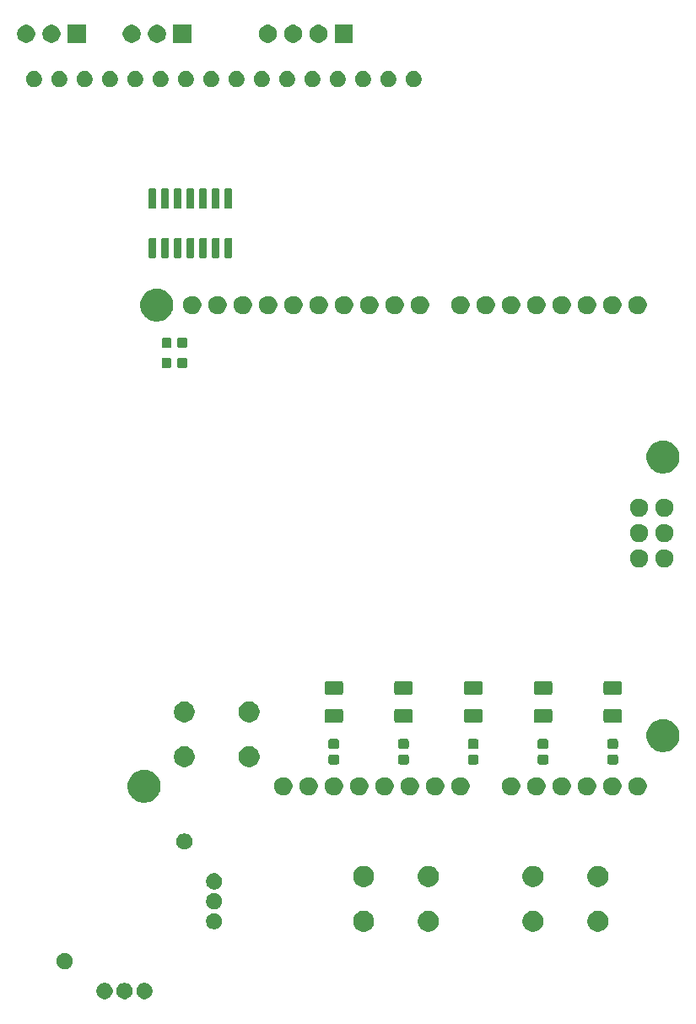
<source format=gbr>
G04 #@! TF.GenerationSoftware,KiCad,Pcbnew,5.1.5-52549c5~84~ubuntu19.04.1*
G04 #@! TF.CreationDate,2020-03-06T00:22:37-06:00*
G04 #@! TF.ProjectId,arduino-lab,61726475-696e-46f2-9d6c-61622e6b6963,rev?*
G04 #@! TF.SameCoordinates,Original*
G04 #@! TF.FileFunction,Soldermask,Top*
G04 #@! TF.FilePolarity,Negative*
%FSLAX46Y46*%
G04 Gerber Fmt 4.6, Leading zero omitted, Abs format (unit mm)*
G04 Created by KiCad (PCBNEW 5.1.5-52549c5~84~ubuntu19.04.1) date 2020-03-06 00:22:37*
%MOMM*%
%LPD*%
G04 APERTURE LIST*
%ADD10C,0.100000*%
G04 APERTURE END LIST*
D10*
G36*
X79237142Y-131218242D02*
G01*
X79385101Y-131279529D01*
X79518255Y-131368499D01*
X79631501Y-131481745D01*
X79720471Y-131614899D01*
X79781758Y-131762858D01*
X79813000Y-131919925D01*
X79813000Y-132080075D01*
X79781758Y-132237142D01*
X79720471Y-132385101D01*
X79631501Y-132518255D01*
X79518255Y-132631501D01*
X79385101Y-132720471D01*
X79237142Y-132781758D01*
X79080075Y-132813000D01*
X78919925Y-132813000D01*
X78762858Y-132781758D01*
X78614899Y-132720471D01*
X78481745Y-132631501D01*
X78368499Y-132518255D01*
X78279529Y-132385101D01*
X78218242Y-132237142D01*
X78187000Y-132080075D01*
X78187000Y-131919925D01*
X78218242Y-131762858D01*
X78279529Y-131614899D01*
X78368499Y-131481745D01*
X78481745Y-131368499D01*
X78614899Y-131279529D01*
X78762858Y-131218242D01*
X78919925Y-131187000D01*
X79080075Y-131187000D01*
X79237142Y-131218242D01*
G37*
G36*
X77237142Y-131218242D02*
G01*
X77385101Y-131279529D01*
X77518255Y-131368499D01*
X77631501Y-131481745D01*
X77720471Y-131614899D01*
X77781758Y-131762858D01*
X77813000Y-131919925D01*
X77813000Y-132080075D01*
X77781758Y-132237142D01*
X77720471Y-132385101D01*
X77631501Y-132518255D01*
X77518255Y-132631501D01*
X77385101Y-132720471D01*
X77237142Y-132781758D01*
X77080075Y-132813000D01*
X76919925Y-132813000D01*
X76762858Y-132781758D01*
X76614899Y-132720471D01*
X76481745Y-132631501D01*
X76368499Y-132518255D01*
X76279529Y-132385101D01*
X76218242Y-132237142D01*
X76187000Y-132080075D01*
X76187000Y-131919925D01*
X76218242Y-131762858D01*
X76279529Y-131614899D01*
X76368499Y-131481745D01*
X76481745Y-131368499D01*
X76614899Y-131279529D01*
X76762858Y-131218242D01*
X76919925Y-131187000D01*
X77080075Y-131187000D01*
X77237142Y-131218242D01*
G37*
G36*
X75237142Y-131218242D02*
G01*
X75385101Y-131279529D01*
X75518255Y-131368499D01*
X75631501Y-131481745D01*
X75720471Y-131614899D01*
X75781758Y-131762858D01*
X75813000Y-131919925D01*
X75813000Y-132080075D01*
X75781758Y-132237142D01*
X75720471Y-132385101D01*
X75631501Y-132518255D01*
X75518255Y-132631501D01*
X75385101Y-132720471D01*
X75237142Y-132781758D01*
X75080075Y-132813000D01*
X74919925Y-132813000D01*
X74762858Y-132781758D01*
X74614899Y-132720471D01*
X74481745Y-132631501D01*
X74368499Y-132518255D01*
X74279529Y-132385101D01*
X74218242Y-132237142D01*
X74187000Y-132080075D01*
X74187000Y-131919925D01*
X74218242Y-131762858D01*
X74279529Y-131614899D01*
X74368499Y-131481745D01*
X74481745Y-131368499D01*
X74614899Y-131279529D01*
X74762858Y-131218242D01*
X74919925Y-131187000D01*
X75080075Y-131187000D01*
X75237142Y-131218242D01*
G37*
G36*
X71237142Y-128218242D02*
G01*
X71385101Y-128279529D01*
X71518255Y-128368499D01*
X71631501Y-128481745D01*
X71720471Y-128614899D01*
X71781758Y-128762858D01*
X71813000Y-128919925D01*
X71813000Y-129080075D01*
X71781758Y-129237142D01*
X71720471Y-129385101D01*
X71631501Y-129518255D01*
X71518255Y-129631501D01*
X71385101Y-129720471D01*
X71237142Y-129781758D01*
X71080075Y-129813000D01*
X70919925Y-129813000D01*
X70762858Y-129781758D01*
X70614899Y-129720471D01*
X70481745Y-129631501D01*
X70368499Y-129518255D01*
X70279529Y-129385101D01*
X70218242Y-129237142D01*
X70187000Y-129080075D01*
X70187000Y-128919925D01*
X70218242Y-128762858D01*
X70279529Y-128614899D01*
X70368499Y-128481745D01*
X70481745Y-128368499D01*
X70614899Y-128279529D01*
X70762858Y-128218242D01*
X70919925Y-128187000D01*
X71080075Y-128187000D01*
X71237142Y-128218242D01*
G37*
G36*
X107806564Y-123989389D02*
G01*
X107997833Y-124068615D01*
X107997835Y-124068616D01*
X108169973Y-124183635D01*
X108316365Y-124330027D01*
X108417740Y-124481745D01*
X108431385Y-124502167D01*
X108510611Y-124693436D01*
X108551000Y-124896484D01*
X108551000Y-125103516D01*
X108510611Y-125306564D01*
X108478080Y-125385100D01*
X108431384Y-125497835D01*
X108316365Y-125669973D01*
X108169973Y-125816365D01*
X107997835Y-125931384D01*
X107997834Y-125931385D01*
X107997833Y-125931385D01*
X107806564Y-126010611D01*
X107603516Y-126051000D01*
X107396484Y-126051000D01*
X107193436Y-126010611D01*
X107002167Y-125931385D01*
X107002166Y-125931385D01*
X107002165Y-125931384D01*
X106830027Y-125816365D01*
X106683635Y-125669973D01*
X106568616Y-125497835D01*
X106521920Y-125385100D01*
X106489389Y-125306564D01*
X106449000Y-125103516D01*
X106449000Y-124896484D01*
X106489389Y-124693436D01*
X106568615Y-124502167D01*
X106582261Y-124481745D01*
X106683635Y-124330027D01*
X106830027Y-124183635D01*
X107002165Y-124068616D01*
X107002167Y-124068615D01*
X107193436Y-123989389D01*
X107396484Y-123949000D01*
X107603516Y-123949000D01*
X107806564Y-123989389D01*
G37*
G36*
X118306564Y-123989389D02*
G01*
X118497833Y-124068615D01*
X118497835Y-124068616D01*
X118669973Y-124183635D01*
X118816365Y-124330027D01*
X118917740Y-124481745D01*
X118931385Y-124502167D01*
X119010611Y-124693436D01*
X119051000Y-124896484D01*
X119051000Y-125103516D01*
X119010611Y-125306564D01*
X118978080Y-125385100D01*
X118931384Y-125497835D01*
X118816365Y-125669973D01*
X118669973Y-125816365D01*
X118497835Y-125931384D01*
X118497834Y-125931385D01*
X118497833Y-125931385D01*
X118306564Y-126010611D01*
X118103516Y-126051000D01*
X117896484Y-126051000D01*
X117693436Y-126010611D01*
X117502167Y-125931385D01*
X117502166Y-125931385D01*
X117502165Y-125931384D01*
X117330027Y-125816365D01*
X117183635Y-125669973D01*
X117068616Y-125497835D01*
X117021920Y-125385100D01*
X116989389Y-125306564D01*
X116949000Y-125103516D01*
X116949000Y-124896484D01*
X116989389Y-124693436D01*
X117068615Y-124502167D01*
X117082261Y-124481745D01*
X117183635Y-124330027D01*
X117330027Y-124183635D01*
X117502165Y-124068616D01*
X117502167Y-124068615D01*
X117693436Y-123989389D01*
X117896484Y-123949000D01*
X118103516Y-123949000D01*
X118306564Y-123989389D01*
G37*
G36*
X124806564Y-123989389D02*
G01*
X124997833Y-124068615D01*
X124997835Y-124068616D01*
X125169973Y-124183635D01*
X125316365Y-124330027D01*
X125417740Y-124481745D01*
X125431385Y-124502167D01*
X125510611Y-124693436D01*
X125551000Y-124896484D01*
X125551000Y-125103516D01*
X125510611Y-125306564D01*
X125478080Y-125385100D01*
X125431384Y-125497835D01*
X125316365Y-125669973D01*
X125169973Y-125816365D01*
X124997835Y-125931384D01*
X124997834Y-125931385D01*
X124997833Y-125931385D01*
X124806564Y-126010611D01*
X124603516Y-126051000D01*
X124396484Y-126051000D01*
X124193436Y-126010611D01*
X124002167Y-125931385D01*
X124002166Y-125931385D01*
X124002165Y-125931384D01*
X123830027Y-125816365D01*
X123683635Y-125669973D01*
X123568616Y-125497835D01*
X123521920Y-125385100D01*
X123489389Y-125306564D01*
X123449000Y-125103516D01*
X123449000Y-124896484D01*
X123489389Y-124693436D01*
X123568615Y-124502167D01*
X123582261Y-124481745D01*
X123683635Y-124330027D01*
X123830027Y-124183635D01*
X124002165Y-124068616D01*
X124002167Y-124068615D01*
X124193436Y-123989389D01*
X124396484Y-123949000D01*
X124603516Y-123949000D01*
X124806564Y-123989389D01*
G37*
G36*
X101306564Y-123989389D02*
G01*
X101497833Y-124068615D01*
X101497835Y-124068616D01*
X101669973Y-124183635D01*
X101816365Y-124330027D01*
X101917740Y-124481745D01*
X101931385Y-124502167D01*
X102010611Y-124693436D01*
X102051000Y-124896484D01*
X102051000Y-125103516D01*
X102010611Y-125306564D01*
X101978080Y-125385100D01*
X101931384Y-125497835D01*
X101816365Y-125669973D01*
X101669973Y-125816365D01*
X101497835Y-125931384D01*
X101497834Y-125931385D01*
X101497833Y-125931385D01*
X101306564Y-126010611D01*
X101103516Y-126051000D01*
X100896484Y-126051000D01*
X100693436Y-126010611D01*
X100502167Y-125931385D01*
X100502166Y-125931385D01*
X100502165Y-125931384D01*
X100330027Y-125816365D01*
X100183635Y-125669973D01*
X100068616Y-125497835D01*
X100021920Y-125385100D01*
X99989389Y-125306564D01*
X99949000Y-125103516D01*
X99949000Y-124896484D01*
X99989389Y-124693436D01*
X100068615Y-124502167D01*
X100082261Y-124481745D01*
X100183635Y-124330027D01*
X100330027Y-124183635D01*
X100502165Y-124068616D01*
X100502167Y-124068615D01*
X100693436Y-123989389D01*
X100896484Y-123949000D01*
X101103516Y-123949000D01*
X101306564Y-123989389D01*
G37*
G36*
X86237142Y-124218242D02*
G01*
X86385101Y-124279529D01*
X86518255Y-124368499D01*
X86631501Y-124481745D01*
X86720471Y-124614899D01*
X86781758Y-124762858D01*
X86813000Y-124919925D01*
X86813000Y-125080075D01*
X86781758Y-125237142D01*
X86720471Y-125385101D01*
X86631501Y-125518255D01*
X86518255Y-125631501D01*
X86385101Y-125720471D01*
X86237142Y-125781758D01*
X86080075Y-125813000D01*
X85919925Y-125813000D01*
X85762858Y-125781758D01*
X85614899Y-125720471D01*
X85481745Y-125631501D01*
X85368499Y-125518255D01*
X85279529Y-125385101D01*
X85218242Y-125237142D01*
X85187000Y-125080075D01*
X85187000Y-124919925D01*
X85218242Y-124762858D01*
X85279529Y-124614899D01*
X85368499Y-124481745D01*
X85481745Y-124368499D01*
X85614899Y-124279529D01*
X85762858Y-124218242D01*
X85919925Y-124187000D01*
X86080075Y-124187000D01*
X86237142Y-124218242D01*
G37*
G36*
X86237142Y-122218242D02*
G01*
X86385101Y-122279529D01*
X86518255Y-122368499D01*
X86631501Y-122481745D01*
X86720471Y-122614899D01*
X86781758Y-122762858D01*
X86813000Y-122919925D01*
X86813000Y-123080075D01*
X86781758Y-123237142D01*
X86720471Y-123385101D01*
X86631501Y-123518255D01*
X86518255Y-123631501D01*
X86385101Y-123720471D01*
X86237142Y-123781758D01*
X86080075Y-123813000D01*
X85919925Y-123813000D01*
X85762858Y-123781758D01*
X85614899Y-123720471D01*
X85481745Y-123631501D01*
X85368499Y-123518255D01*
X85279529Y-123385101D01*
X85218242Y-123237142D01*
X85187000Y-123080075D01*
X85187000Y-122919925D01*
X85218242Y-122762858D01*
X85279529Y-122614899D01*
X85368499Y-122481745D01*
X85481745Y-122368499D01*
X85614899Y-122279529D01*
X85762858Y-122218242D01*
X85919925Y-122187000D01*
X86080075Y-122187000D01*
X86237142Y-122218242D01*
G37*
G36*
X86237142Y-120218242D02*
G01*
X86385101Y-120279529D01*
X86518255Y-120368499D01*
X86631501Y-120481745D01*
X86720471Y-120614899D01*
X86781758Y-120762858D01*
X86813000Y-120919925D01*
X86813000Y-121080075D01*
X86781758Y-121237142D01*
X86720471Y-121385101D01*
X86631501Y-121518255D01*
X86518255Y-121631501D01*
X86385101Y-121720471D01*
X86237142Y-121781758D01*
X86080075Y-121813000D01*
X85919925Y-121813000D01*
X85762858Y-121781758D01*
X85614899Y-121720471D01*
X85481745Y-121631501D01*
X85368499Y-121518255D01*
X85279529Y-121385101D01*
X85218242Y-121237142D01*
X85187000Y-121080075D01*
X85187000Y-120919925D01*
X85218242Y-120762858D01*
X85279529Y-120614899D01*
X85368499Y-120481745D01*
X85481745Y-120368499D01*
X85614899Y-120279529D01*
X85762858Y-120218242D01*
X85919925Y-120187000D01*
X86080075Y-120187000D01*
X86237142Y-120218242D01*
G37*
G36*
X101306564Y-119489389D02*
G01*
X101497833Y-119568615D01*
X101497835Y-119568616D01*
X101669973Y-119683635D01*
X101816365Y-119830027D01*
X101931385Y-120002167D01*
X102010611Y-120193436D01*
X102051000Y-120396484D01*
X102051000Y-120603516D01*
X102010611Y-120806564D01*
X101963655Y-120919925D01*
X101931384Y-120997835D01*
X101816365Y-121169973D01*
X101669973Y-121316365D01*
X101497835Y-121431384D01*
X101497834Y-121431385D01*
X101497833Y-121431385D01*
X101306564Y-121510611D01*
X101103516Y-121551000D01*
X100896484Y-121551000D01*
X100693436Y-121510611D01*
X100502167Y-121431385D01*
X100502166Y-121431385D01*
X100502165Y-121431384D01*
X100330027Y-121316365D01*
X100183635Y-121169973D01*
X100068616Y-120997835D01*
X100036345Y-120919925D01*
X99989389Y-120806564D01*
X99949000Y-120603516D01*
X99949000Y-120396484D01*
X99989389Y-120193436D01*
X100068615Y-120002167D01*
X100183635Y-119830027D01*
X100330027Y-119683635D01*
X100502165Y-119568616D01*
X100502167Y-119568615D01*
X100693436Y-119489389D01*
X100896484Y-119449000D01*
X101103516Y-119449000D01*
X101306564Y-119489389D01*
G37*
G36*
X118306564Y-119489389D02*
G01*
X118497833Y-119568615D01*
X118497835Y-119568616D01*
X118669973Y-119683635D01*
X118816365Y-119830027D01*
X118931385Y-120002167D01*
X119010611Y-120193436D01*
X119051000Y-120396484D01*
X119051000Y-120603516D01*
X119010611Y-120806564D01*
X118963655Y-120919925D01*
X118931384Y-120997835D01*
X118816365Y-121169973D01*
X118669973Y-121316365D01*
X118497835Y-121431384D01*
X118497834Y-121431385D01*
X118497833Y-121431385D01*
X118306564Y-121510611D01*
X118103516Y-121551000D01*
X117896484Y-121551000D01*
X117693436Y-121510611D01*
X117502167Y-121431385D01*
X117502166Y-121431385D01*
X117502165Y-121431384D01*
X117330027Y-121316365D01*
X117183635Y-121169973D01*
X117068616Y-120997835D01*
X117036345Y-120919925D01*
X116989389Y-120806564D01*
X116949000Y-120603516D01*
X116949000Y-120396484D01*
X116989389Y-120193436D01*
X117068615Y-120002167D01*
X117183635Y-119830027D01*
X117330027Y-119683635D01*
X117502165Y-119568616D01*
X117502167Y-119568615D01*
X117693436Y-119489389D01*
X117896484Y-119449000D01*
X118103516Y-119449000D01*
X118306564Y-119489389D01*
G37*
G36*
X107806564Y-119489389D02*
G01*
X107997833Y-119568615D01*
X107997835Y-119568616D01*
X108169973Y-119683635D01*
X108316365Y-119830027D01*
X108431385Y-120002167D01*
X108510611Y-120193436D01*
X108551000Y-120396484D01*
X108551000Y-120603516D01*
X108510611Y-120806564D01*
X108463655Y-120919925D01*
X108431384Y-120997835D01*
X108316365Y-121169973D01*
X108169973Y-121316365D01*
X107997835Y-121431384D01*
X107997834Y-121431385D01*
X107997833Y-121431385D01*
X107806564Y-121510611D01*
X107603516Y-121551000D01*
X107396484Y-121551000D01*
X107193436Y-121510611D01*
X107002167Y-121431385D01*
X107002166Y-121431385D01*
X107002165Y-121431384D01*
X106830027Y-121316365D01*
X106683635Y-121169973D01*
X106568616Y-120997835D01*
X106536345Y-120919925D01*
X106489389Y-120806564D01*
X106449000Y-120603516D01*
X106449000Y-120396484D01*
X106489389Y-120193436D01*
X106568615Y-120002167D01*
X106683635Y-119830027D01*
X106830027Y-119683635D01*
X107002165Y-119568616D01*
X107002167Y-119568615D01*
X107193436Y-119489389D01*
X107396484Y-119449000D01*
X107603516Y-119449000D01*
X107806564Y-119489389D01*
G37*
G36*
X124806564Y-119489389D02*
G01*
X124997833Y-119568615D01*
X124997835Y-119568616D01*
X125169973Y-119683635D01*
X125316365Y-119830027D01*
X125431385Y-120002167D01*
X125510611Y-120193436D01*
X125551000Y-120396484D01*
X125551000Y-120603516D01*
X125510611Y-120806564D01*
X125463655Y-120919925D01*
X125431384Y-120997835D01*
X125316365Y-121169973D01*
X125169973Y-121316365D01*
X124997835Y-121431384D01*
X124997834Y-121431385D01*
X124997833Y-121431385D01*
X124806564Y-121510611D01*
X124603516Y-121551000D01*
X124396484Y-121551000D01*
X124193436Y-121510611D01*
X124002167Y-121431385D01*
X124002166Y-121431385D01*
X124002165Y-121431384D01*
X123830027Y-121316365D01*
X123683635Y-121169973D01*
X123568616Y-120997835D01*
X123536345Y-120919925D01*
X123489389Y-120806564D01*
X123449000Y-120603516D01*
X123449000Y-120396484D01*
X123489389Y-120193436D01*
X123568615Y-120002167D01*
X123683635Y-119830027D01*
X123830027Y-119683635D01*
X124002165Y-119568616D01*
X124002167Y-119568615D01*
X124193436Y-119489389D01*
X124396484Y-119449000D01*
X124603516Y-119449000D01*
X124806564Y-119489389D01*
G37*
G36*
X83237142Y-116218242D02*
G01*
X83385101Y-116279529D01*
X83518255Y-116368499D01*
X83631501Y-116481745D01*
X83720471Y-116614899D01*
X83781758Y-116762858D01*
X83813000Y-116919925D01*
X83813000Y-117080075D01*
X83781758Y-117237142D01*
X83720471Y-117385101D01*
X83631501Y-117518255D01*
X83518255Y-117631501D01*
X83385101Y-117720471D01*
X83237142Y-117781758D01*
X83080075Y-117813000D01*
X82919925Y-117813000D01*
X82762858Y-117781758D01*
X82614899Y-117720471D01*
X82481745Y-117631501D01*
X82368499Y-117518255D01*
X82279529Y-117385101D01*
X82218242Y-117237142D01*
X82187000Y-117080075D01*
X82187000Y-116919925D01*
X82218242Y-116762858D01*
X82279529Y-116614899D01*
X82368499Y-116481745D01*
X82481745Y-116368499D01*
X82614899Y-116279529D01*
X82762858Y-116218242D01*
X82919925Y-116187000D01*
X83080075Y-116187000D01*
X83237142Y-116218242D01*
G37*
G36*
X79345256Y-109851298D02*
G01*
X79451579Y-109872447D01*
X79752042Y-109996903D01*
X80022451Y-110177585D01*
X80252415Y-110407549D01*
X80433097Y-110677958D01*
X80433098Y-110677960D01*
X80557553Y-110978422D01*
X80621000Y-111297389D01*
X80621000Y-111622611D01*
X80557553Y-111941578D01*
X80462766Y-112170416D01*
X80433097Y-112242042D01*
X80252415Y-112512451D01*
X80022451Y-112742415D01*
X79752042Y-112923097D01*
X79451579Y-113047553D01*
X79345256Y-113068702D01*
X79132611Y-113111000D01*
X78807389Y-113111000D01*
X78594744Y-113068702D01*
X78488421Y-113047553D01*
X78187958Y-112923097D01*
X77917549Y-112742415D01*
X77687585Y-112512451D01*
X77506903Y-112242042D01*
X77477235Y-112170416D01*
X77382447Y-111941578D01*
X77319000Y-111622611D01*
X77319000Y-111297389D01*
X77382447Y-110978422D01*
X77506902Y-110677960D01*
X77506903Y-110677958D01*
X77687585Y-110407549D01*
X77917549Y-110177585D01*
X78187958Y-109996903D01*
X78488421Y-109872447D01*
X78594744Y-109851298D01*
X78807389Y-109809000D01*
X79132611Y-109809000D01*
X79345256Y-109851298D01*
G37*
G36*
X110986778Y-110580547D02*
G01*
X111153224Y-110649491D01*
X111303022Y-110749583D01*
X111430417Y-110876978D01*
X111530509Y-111026776D01*
X111599453Y-111193222D01*
X111634600Y-111369918D01*
X111634600Y-111550082D01*
X111599453Y-111726778D01*
X111530509Y-111893224D01*
X111430417Y-112043022D01*
X111303022Y-112170417D01*
X111153224Y-112270509D01*
X110986778Y-112339453D01*
X110810082Y-112374600D01*
X110629918Y-112374600D01*
X110453222Y-112339453D01*
X110286776Y-112270509D01*
X110136978Y-112170417D01*
X110009583Y-112043022D01*
X109909491Y-111893224D01*
X109840547Y-111726778D01*
X109805400Y-111550082D01*
X109805400Y-111369918D01*
X109840547Y-111193222D01*
X109909491Y-111026776D01*
X110009583Y-110876978D01*
X110136978Y-110749583D01*
X110286776Y-110649491D01*
X110453222Y-110580547D01*
X110629918Y-110545400D01*
X110810082Y-110545400D01*
X110986778Y-110580547D01*
G37*
G36*
X126226778Y-110580547D02*
G01*
X126393224Y-110649491D01*
X126543022Y-110749583D01*
X126670417Y-110876978D01*
X126770509Y-111026776D01*
X126839453Y-111193222D01*
X126874600Y-111369918D01*
X126874600Y-111550082D01*
X126839453Y-111726778D01*
X126770509Y-111893224D01*
X126670417Y-112043022D01*
X126543022Y-112170417D01*
X126393224Y-112270509D01*
X126226778Y-112339453D01*
X126050082Y-112374600D01*
X125869918Y-112374600D01*
X125693222Y-112339453D01*
X125526776Y-112270509D01*
X125376978Y-112170417D01*
X125249583Y-112043022D01*
X125149491Y-111893224D01*
X125080547Y-111726778D01*
X125045400Y-111550082D01*
X125045400Y-111369918D01*
X125080547Y-111193222D01*
X125149491Y-111026776D01*
X125249583Y-110876978D01*
X125376978Y-110749583D01*
X125526776Y-110649491D01*
X125693222Y-110580547D01*
X125869918Y-110545400D01*
X126050082Y-110545400D01*
X126226778Y-110580547D01*
G37*
G36*
X123686778Y-110580547D02*
G01*
X123853224Y-110649491D01*
X124003022Y-110749583D01*
X124130417Y-110876978D01*
X124230509Y-111026776D01*
X124299453Y-111193222D01*
X124334600Y-111369918D01*
X124334600Y-111550082D01*
X124299453Y-111726778D01*
X124230509Y-111893224D01*
X124130417Y-112043022D01*
X124003022Y-112170417D01*
X123853224Y-112270509D01*
X123686778Y-112339453D01*
X123510082Y-112374600D01*
X123329918Y-112374600D01*
X123153222Y-112339453D01*
X122986776Y-112270509D01*
X122836978Y-112170417D01*
X122709583Y-112043022D01*
X122609491Y-111893224D01*
X122540547Y-111726778D01*
X122505400Y-111550082D01*
X122505400Y-111369918D01*
X122540547Y-111193222D01*
X122609491Y-111026776D01*
X122709583Y-110876978D01*
X122836978Y-110749583D01*
X122986776Y-110649491D01*
X123153222Y-110580547D01*
X123329918Y-110545400D01*
X123510082Y-110545400D01*
X123686778Y-110580547D01*
G37*
G36*
X121146778Y-110580547D02*
G01*
X121313224Y-110649491D01*
X121463022Y-110749583D01*
X121590417Y-110876978D01*
X121690509Y-111026776D01*
X121759453Y-111193222D01*
X121794600Y-111369918D01*
X121794600Y-111550082D01*
X121759453Y-111726778D01*
X121690509Y-111893224D01*
X121590417Y-112043022D01*
X121463022Y-112170417D01*
X121313224Y-112270509D01*
X121146778Y-112339453D01*
X120970082Y-112374600D01*
X120789918Y-112374600D01*
X120613222Y-112339453D01*
X120446776Y-112270509D01*
X120296978Y-112170417D01*
X120169583Y-112043022D01*
X120069491Y-111893224D01*
X120000547Y-111726778D01*
X119965400Y-111550082D01*
X119965400Y-111369918D01*
X120000547Y-111193222D01*
X120069491Y-111026776D01*
X120169583Y-110876978D01*
X120296978Y-110749583D01*
X120446776Y-110649491D01*
X120613222Y-110580547D01*
X120789918Y-110545400D01*
X120970082Y-110545400D01*
X121146778Y-110580547D01*
G37*
G36*
X118606778Y-110580547D02*
G01*
X118773224Y-110649491D01*
X118923022Y-110749583D01*
X119050417Y-110876978D01*
X119150509Y-111026776D01*
X119219453Y-111193222D01*
X119254600Y-111369918D01*
X119254600Y-111550082D01*
X119219453Y-111726778D01*
X119150509Y-111893224D01*
X119050417Y-112043022D01*
X118923022Y-112170417D01*
X118773224Y-112270509D01*
X118606778Y-112339453D01*
X118430082Y-112374600D01*
X118249918Y-112374600D01*
X118073222Y-112339453D01*
X117906776Y-112270509D01*
X117756978Y-112170417D01*
X117629583Y-112043022D01*
X117529491Y-111893224D01*
X117460547Y-111726778D01*
X117425400Y-111550082D01*
X117425400Y-111369918D01*
X117460547Y-111193222D01*
X117529491Y-111026776D01*
X117629583Y-110876978D01*
X117756978Y-110749583D01*
X117906776Y-110649491D01*
X118073222Y-110580547D01*
X118249918Y-110545400D01*
X118430082Y-110545400D01*
X118606778Y-110580547D01*
G37*
G36*
X93206778Y-110580547D02*
G01*
X93373224Y-110649491D01*
X93523022Y-110749583D01*
X93650417Y-110876978D01*
X93750509Y-111026776D01*
X93819453Y-111193222D01*
X93854600Y-111369918D01*
X93854600Y-111550082D01*
X93819453Y-111726778D01*
X93750509Y-111893224D01*
X93650417Y-112043022D01*
X93523022Y-112170417D01*
X93373224Y-112270509D01*
X93206778Y-112339453D01*
X93030082Y-112374600D01*
X92849918Y-112374600D01*
X92673222Y-112339453D01*
X92506776Y-112270509D01*
X92356978Y-112170417D01*
X92229583Y-112043022D01*
X92129491Y-111893224D01*
X92060547Y-111726778D01*
X92025400Y-111550082D01*
X92025400Y-111369918D01*
X92060547Y-111193222D01*
X92129491Y-111026776D01*
X92229583Y-110876978D01*
X92356978Y-110749583D01*
X92506776Y-110649491D01*
X92673222Y-110580547D01*
X92849918Y-110545400D01*
X93030082Y-110545400D01*
X93206778Y-110580547D01*
G37*
G36*
X95746778Y-110580547D02*
G01*
X95913224Y-110649491D01*
X96063022Y-110749583D01*
X96190417Y-110876978D01*
X96290509Y-111026776D01*
X96359453Y-111193222D01*
X96394600Y-111369918D01*
X96394600Y-111550082D01*
X96359453Y-111726778D01*
X96290509Y-111893224D01*
X96190417Y-112043022D01*
X96063022Y-112170417D01*
X95913224Y-112270509D01*
X95746778Y-112339453D01*
X95570082Y-112374600D01*
X95389918Y-112374600D01*
X95213222Y-112339453D01*
X95046776Y-112270509D01*
X94896978Y-112170417D01*
X94769583Y-112043022D01*
X94669491Y-111893224D01*
X94600547Y-111726778D01*
X94565400Y-111550082D01*
X94565400Y-111369918D01*
X94600547Y-111193222D01*
X94669491Y-111026776D01*
X94769583Y-110876978D01*
X94896978Y-110749583D01*
X95046776Y-110649491D01*
X95213222Y-110580547D01*
X95389918Y-110545400D01*
X95570082Y-110545400D01*
X95746778Y-110580547D01*
G37*
G36*
X98286778Y-110580547D02*
G01*
X98453224Y-110649491D01*
X98603022Y-110749583D01*
X98730417Y-110876978D01*
X98830509Y-111026776D01*
X98899453Y-111193222D01*
X98934600Y-111369918D01*
X98934600Y-111550082D01*
X98899453Y-111726778D01*
X98830509Y-111893224D01*
X98730417Y-112043022D01*
X98603022Y-112170417D01*
X98453224Y-112270509D01*
X98286778Y-112339453D01*
X98110082Y-112374600D01*
X97929918Y-112374600D01*
X97753222Y-112339453D01*
X97586776Y-112270509D01*
X97436978Y-112170417D01*
X97309583Y-112043022D01*
X97209491Y-111893224D01*
X97140547Y-111726778D01*
X97105400Y-111550082D01*
X97105400Y-111369918D01*
X97140547Y-111193222D01*
X97209491Y-111026776D01*
X97309583Y-110876978D01*
X97436978Y-110749583D01*
X97586776Y-110649491D01*
X97753222Y-110580547D01*
X97929918Y-110545400D01*
X98110082Y-110545400D01*
X98286778Y-110580547D01*
G37*
G36*
X100826778Y-110580547D02*
G01*
X100993224Y-110649491D01*
X101143022Y-110749583D01*
X101270417Y-110876978D01*
X101370509Y-111026776D01*
X101439453Y-111193222D01*
X101474600Y-111369918D01*
X101474600Y-111550082D01*
X101439453Y-111726778D01*
X101370509Y-111893224D01*
X101270417Y-112043022D01*
X101143022Y-112170417D01*
X100993224Y-112270509D01*
X100826778Y-112339453D01*
X100650082Y-112374600D01*
X100469918Y-112374600D01*
X100293222Y-112339453D01*
X100126776Y-112270509D01*
X99976978Y-112170417D01*
X99849583Y-112043022D01*
X99749491Y-111893224D01*
X99680547Y-111726778D01*
X99645400Y-111550082D01*
X99645400Y-111369918D01*
X99680547Y-111193222D01*
X99749491Y-111026776D01*
X99849583Y-110876978D01*
X99976978Y-110749583D01*
X100126776Y-110649491D01*
X100293222Y-110580547D01*
X100469918Y-110545400D01*
X100650082Y-110545400D01*
X100826778Y-110580547D01*
G37*
G36*
X103366778Y-110580547D02*
G01*
X103533224Y-110649491D01*
X103683022Y-110749583D01*
X103810417Y-110876978D01*
X103910509Y-111026776D01*
X103979453Y-111193222D01*
X104014600Y-111369918D01*
X104014600Y-111550082D01*
X103979453Y-111726778D01*
X103910509Y-111893224D01*
X103810417Y-112043022D01*
X103683022Y-112170417D01*
X103533224Y-112270509D01*
X103366778Y-112339453D01*
X103190082Y-112374600D01*
X103009918Y-112374600D01*
X102833222Y-112339453D01*
X102666776Y-112270509D01*
X102516978Y-112170417D01*
X102389583Y-112043022D01*
X102289491Y-111893224D01*
X102220547Y-111726778D01*
X102185400Y-111550082D01*
X102185400Y-111369918D01*
X102220547Y-111193222D01*
X102289491Y-111026776D01*
X102389583Y-110876978D01*
X102516978Y-110749583D01*
X102666776Y-110649491D01*
X102833222Y-110580547D01*
X103009918Y-110545400D01*
X103190082Y-110545400D01*
X103366778Y-110580547D01*
G37*
G36*
X105906778Y-110580547D02*
G01*
X106073224Y-110649491D01*
X106223022Y-110749583D01*
X106350417Y-110876978D01*
X106450509Y-111026776D01*
X106519453Y-111193222D01*
X106554600Y-111369918D01*
X106554600Y-111550082D01*
X106519453Y-111726778D01*
X106450509Y-111893224D01*
X106350417Y-112043022D01*
X106223022Y-112170417D01*
X106073224Y-112270509D01*
X105906778Y-112339453D01*
X105730082Y-112374600D01*
X105549918Y-112374600D01*
X105373222Y-112339453D01*
X105206776Y-112270509D01*
X105056978Y-112170417D01*
X104929583Y-112043022D01*
X104829491Y-111893224D01*
X104760547Y-111726778D01*
X104725400Y-111550082D01*
X104725400Y-111369918D01*
X104760547Y-111193222D01*
X104829491Y-111026776D01*
X104929583Y-110876978D01*
X105056978Y-110749583D01*
X105206776Y-110649491D01*
X105373222Y-110580547D01*
X105549918Y-110545400D01*
X105730082Y-110545400D01*
X105906778Y-110580547D01*
G37*
G36*
X108446778Y-110580547D02*
G01*
X108613224Y-110649491D01*
X108763022Y-110749583D01*
X108890417Y-110876978D01*
X108990509Y-111026776D01*
X109059453Y-111193222D01*
X109094600Y-111369918D01*
X109094600Y-111550082D01*
X109059453Y-111726778D01*
X108990509Y-111893224D01*
X108890417Y-112043022D01*
X108763022Y-112170417D01*
X108613224Y-112270509D01*
X108446778Y-112339453D01*
X108270082Y-112374600D01*
X108089918Y-112374600D01*
X107913222Y-112339453D01*
X107746776Y-112270509D01*
X107596978Y-112170417D01*
X107469583Y-112043022D01*
X107369491Y-111893224D01*
X107300547Y-111726778D01*
X107265400Y-111550082D01*
X107265400Y-111369918D01*
X107300547Y-111193222D01*
X107369491Y-111026776D01*
X107469583Y-110876978D01*
X107596978Y-110749583D01*
X107746776Y-110649491D01*
X107913222Y-110580547D01*
X108089918Y-110545400D01*
X108270082Y-110545400D01*
X108446778Y-110580547D01*
G37*
G36*
X116066778Y-110580547D02*
G01*
X116233224Y-110649491D01*
X116383022Y-110749583D01*
X116510417Y-110876978D01*
X116610509Y-111026776D01*
X116679453Y-111193222D01*
X116714600Y-111369918D01*
X116714600Y-111550082D01*
X116679453Y-111726778D01*
X116610509Y-111893224D01*
X116510417Y-112043022D01*
X116383022Y-112170417D01*
X116233224Y-112270509D01*
X116066778Y-112339453D01*
X115890082Y-112374600D01*
X115709918Y-112374600D01*
X115533222Y-112339453D01*
X115366776Y-112270509D01*
X115216978Y-112170417D01*
X115089583Y-112043022D01*
X114989491Y-111893224D01*
X114920547Y-111726778D01*
X114885400Y-111550082D01*
X114885400Y-111369918D01*
X114920547Y-111193222D01*
X114989491Y-111026776D01*
X115089583Y-110876978D01*
X115216978Y-110749583D01*
X115366776Y-110649491D01*
X115533222Y-110580547D01*
X115709918Y-110545400D01*
X115890082Y-110545400D01*
X116066778Y-110580547D01*
G37*
G36*
X128766778Y-110580547D02*
G01*
X128933224Y-110649491D01*
X129083022Y-110749583D01*
X129210417Y-110876978D01*
X129310509Y-111026776D01*
X129379453Y-111193222D01*
X129414600Y-111369918D01*
X129414600Y-111550082D01*
X129379453Y-111726778D01*
X129310509Y-111893224D01*
X129210417Y-112043022D01*
X129083022Y-112170417D01*
X128933224Y-112270509D01*
X128766778Y-112339453D01*
X128590082Y-112374600D01*
X128409918Y-112374600D01*
X128233222Y-112339453D01*
X128066776Y-112270509D01*
X127916978Y-112170417D01*
X127789583Y-112043022D01*
X127689491Y-111893224D01*
X127620547Y-111726778D01*
X127585400Y-111550082D01*
X127585400Y-111369918D01*
X127620547Y-111193222D01*
X127689491Y-111026776D01*
X127789583Y-110876978D01*
X127916978Y-110749583D01*
X128066776Y-110649491D01*
X128233222Y-110580547D01*
X128409918Y-110545400D01*
X128590082Y-110545400D01*
X128766778Y-110580547D01*
G37*
G36*
X83306564Y-107489389D02*
G01*
X83497833Y-107568615D01*
X83497835Y-107568616D01*
X83649366Y-107669866D01*
X83669973Y-107683635D01*
X83816365Y-107830027D01*
X83931385Y-108002167D01*
X84010611Y-108193436D01*
X84051000Y-108396484D01*
X84051000Y-108603516D01*
X84010611Y-108806564D01*
X83931385Y-108997833D01*
X83931384Y-108997835D01*
X83816365Y-109169973D01*
X83669973Y-109316365D01*
X83497835Y-109431384D01*
X83497834Y-109431385D01*
X83497833Y-109431385D01*
X83306564Y-109510611D01*
X83103516Y-109551000D01*
X82896484Y-109551000D01*
X82693436Y-109510611D01*
X82502167Y-109431385D01*
X82502166Y-109431385D01*
X82502165Y-109431384D01*
X82330027Y-109316365D01*
X82183635Y-109169973D01*
X82068616Y-108997835D01*
X82068615Y-108997833D01*
X81989389Y-108806564D01*
X81949000Y-108603516D01*
X81949000Y-108396484D01*
X81989389Y-108193436D01*
X82068615Y-108002167D01*
X82183635Y-107830027D01*
X82330027Y-107683635D01*
X82350634Y-107669866D01*
X82502165Y-107568616D01*
X82502167Y-107568615D01*
X82693436Y-107489389D01*
X82896484Y-107449000D01*
X83103516Y-107449000D01*
X83306564Y-107489389D01*
G37*
G36*
X89806564Y-107489389D02*
G01*
X89997833Y-107568615D01*
X89997835Y-107568616D01*
X90149366Y-107669866D01*
X90169973Y-107683635D01*
X90316365Y-107830027D01*
X90431385Y-108002167D01*
X90510611Y-108193436D01*
X90551000Y-108396484D01*
X90551000Y-108603516D01*
X90510611Y-108806564D01*
X90431385Y-108997833D01*
X90431384Y-108997835D01*
X90316365Y-109169973D01*
X90169973Y-109316365D01*
X89997835Y-109431384D01*
X89997834Y-109431385D01*
X89997833Y-109431385D01*
X89806564Y-109510611D01*
X89603516Y-109551000D01*
X89396484Y-109551000D01*
X89193436Y-109510611D01*
X89002167Y-109431385D01*
X89002166Y-109431385D01*
X89002165Y-109431384D01*
X88830027Y-109316365D01*
X88683635Y-109169973D01*
X88568616Y-108997835D01*
X88568615Y-108997833D01*
X88489389Y-108806564D01*
X88449000Y-108603516D01*
X88449000Y-108396484D01*
X88489389Y-108193436D01*
X88568615Y-108002167D01*
X88683635Y-107830027D01*
X88830027Y-107683635D01*
X88850634Y-107669866D01*
X89002165Y-107568616D01*
X89002167Y-107568615D01*
X89193436Y-107489389D01*
X89396484Y-107449000D01*
X89603516Y-107449000D01*
X89806564Y-107489389D01*
G37*
G36*
X119379591Y-108303085D02*
G01*
X119413569Y-108313393D01*
X119444890Y-108330134D01*
X119472339Y-108352661D01*
X119494866Y-108380110D01*
X119511607Y-108411431D01*
X119521915Y-108445409D01*
X119526000Y-108486890D01*
X119526000Y-109088110D01*
X119521915Y-109129591D01*
X119511607Y-109163569D01*
X119494866Y-109194890D01*
X119472339Y-109222339D01*
X119444890Y-109244866D01*
X119413569Y-109261607D01*
X119379591Y-109271915D01*
X119338110Y-109276000D01*
X118661890Y-109276000D01*
X118620409Y-109271915D01*
X118586431Y-109261607D01*
X118555110Y-109244866D01*
X118527661Y-109222339D01*
X118505134Y-109194890D01*
X118488393Y-109163569D01*
X118478085Y-109129591D01*
X118474000Y-109088110D01*
X118474000Y-108486890D01*
X118478085Y-108445409D01*
X118488393Y-108411431D01*
X118505134Y-108380110D01*
X118527661Y-108352661D01*
X118555110Y-108330134D01*
X118586431Y-108313393D01*
X118620409Y-108303085D01*
X118661890Y-108299000D01*
X119338110Y-108299000D01*
X119379591Y-108303085D01*
G37*
G36*
X105379591Y-108303085D02*
G01*
X105413569Y-108313393D01*
X105444890Y-108330134D01*
X105472339Y-108352661D01*
X105494866Y-108380110D01*
X105511607Y-108411431D01*
X105521915Y-108445409D01*
X105526000Y-108486890D01*
X105526000Y-109088110D01*
X105521915Y-109129591D01*
X105511607Y-109163569D01*
X105494866Y-109194890D01*
X105472339Y-109222339D01*
X105444890Y-109244866D01*
X105413569Y-109261607D01*
X105379591Y-109271915D01*
X105338110Y-109276000D01*
X104661890Y-109276000D01*
X104620409Y-109271915D01*
X104586431Y-109261607D01*
X104555110Y-109244866D01*
X104527661Y-109222339D01*
X104505134Y-109194890D01*
X104488393Y-109163569D01*
X104478085Y-109129591D01*
X104474000Y-109088110D01*
X104474000Y-108486890D01*
X104478085Y-108445409D01*
X104488393Y-108411431D01*
X104505134Y-108380110D01*
X104527661Y-108352661D01*
X104555110Y-108330134D01*
X104586431Y-108313393D01*
X104620409Y-108303085D01*
X104661890Y-108299000D01*
X105338110Y-108299000D01*
X105379591Y-108303085D01*
G37*
G36*
X112379591Y-108303085D02*
G01*
X112413569Y-108313393D01*
X112444890Y-108330134D01*
X112472339Y-108352661D01*
X112494866Y-108380110D01*
X112511607Y-108411431D01*
X112521915Y-108445409D01*
X112526000Y-108486890D01*
X112526000Y-109088110D01*
X112521915Y-109129591D01*
X112511607Y-109163569D01*
X112494866Y-109194890D01*
X112472339Y-109222339D01*
X112444890Y-109244866D01*
X112413569Y-109261607D01*
X112379591Y-109271915D01*
X112338110Y-109276000D01*
X111661890Y-109276000D01*
X111620409Y-109271915D01*
X111586431Y-109261607D01*
X111555110Y-109244866D01*
X111527661Y-109222339D01*
X111505134Y-109194890D01*
X111488393Y-109163569D01*
X111478085Y-109129591D01*
X111474000Y-109088110D01*
X111474000Y-108486890D01*
X111478085Y-108445409D01*
X111488393Y-108411431D01*
X111505134Y-108380110D01*
X111527661Y-108352661D01*
X111555110Y-108330134D01*
X111586431Y-108313393D01*
X111620409Y-108303085D01*
X111661890Y-108299000D01*
X112338110Y-108299000D01*
X112379591Y-108303085D01*
G37*
G36*
X126379591Y-108303085D02*
G01*
X126413569Y-108313393D01*
X126444890Y-108330134D01*
X126472339Y-108352661D01*
X126494866Y-108380110D01*
X126511607Y-108411431D01*
X126521915Y-108445409D01*
X126526000Y-108486890D01*
X126526000Y-109088110D01*
X126521915Y-109129591D01*
X126511607Y-109163569D01*
X126494866Y-109194890D01*
X126472339Y-109222339D01*
X126444890Y-109244866D01*
X126413569Y-109261607D01*
X126379591Y-109271915D01*
X126338110Y-109276000D01*
X125661890Y-109276000D01*
X125620409Y-109271915D01*
X125586431Y-109261607D01*
X125555110Y-109244866D01*
X125527661Y-109222339D01*
X125505134Y-109194890D01*
X125488393Y-109163569D01*
X125478085Y-109129591D01*
X125474000Y-109088110D01*
X125474000Y-108486890D01*
X125478085Y-108445409D01*
X125488393Y-108411431D01*
X125505134Y-108380110D01*
X125527661Y-108352661D01*
X125555110Y-108330134D01*
X125586431Y-108313393D01*
X125620409Y-108303085D01*
X125661890Y-108299000D01*
X126338110Y-108299000D01*
X126379591Y-108303085D01*
G37*
G36*
X98379591Y-108303085D02*
G01*
X98413569Y-108313393D01*
X98444890Y-108330134D01*
X98472339Y-108352661D01*
X98494866Y-108380110D01*
X98511607Y-108411431D01*
X98521915Y-108445409D01*
X98526000Y-108486890D01*
X98526000Y-109088110D01*
X98521915Y-109129591D01*
X98511607Y-109163569D01*
X98494866Y-109194890D01*
X98472339Y-109222339D01*
X98444890Y-109244866D01*
X98413569Y-109261607D01*
X98379591Y-109271915D01*
X98338110Y-109276000D01*
X97661890Y-109276000D01*
X97620409Y-109271915D01*
X97586431Y-109261607D01*
X97555110Y-109244866D01*
X97527661Y-109222339D01*
X97505134Y-109194890D01*
X97488393Y-109163569D01*
X97478085Y-109129591D01*
X97474000Y-109088110D01*
X97474000Y-108486890D01*
X97478085Y-108445409D01*
X97488393Y-108411431D01*
X97505134Y-108380110D01*
X97527661Y-108352661D01*
X97555110Y-108330134D01*
X97586431Y-108313393D01*
X97620409Y-108303085D01*
X97661890Y-108299000D01*
X98338110Y-108299000D01*
X98379591Y-108303085D01*
G37*
G36*
X131415256Y-104771298D02*
G01*
X131521579Y-104792447D01*
X131822042Y-104916903D01*
X132092451Y-105097585D01*
X132322415Y-105327549D01*
X132503097Y-105597958D01*
X132627553Y-105898421D01*
X132691000Y-106217391D01*
X132691000Y-106542609D01*
X132627553Y-106861579D01*
X132503097Y-107162042D01*
X132322415Y-107432451D01*
X132092451Y-107662415D01*
X131822042Y-107843097D01*
X131521579Y-107967553D01*
X131415256Y-107988702D01*
X131202611Y-108031000D01*
X130877389Y-108031000D01*
X130664744Y-107988702D01*
X130558421Y-107967553D01*
X130257958Y-107843097D01*
X129987549Y-107662415D01*
X129757585Y-107432451D01*
X129576903Y-107162042D01*
X129452447Y-106861579D01*
X129389000Y-106542609D01*
X129389000Y-106217391D01*
X129452447Y-105898421D01*
X129576903Y-105597958D01*
X129757585Y-105327549D01*
X129987549Y-105097585D01*
X130257958Y-104916903D01*
X130558421Y-104792447D01*
X130664744Y-104771298D01*
X130877389Y-104729000D01*
X131202611Y-104729000D01*
X131415256Y-104771298D01*
G37*
G36*
X112379591Y-106728085D02*
G01*
X112413569Y-106738393D01*
X112444890Y-106755134D01*
X112472339Y-106777661D01*
X112494866Y-106805110D01*
X112511607Y-106836431D01*
X112521915Y-106870409D01*
X112526000Y-106911890D01*
X112526000Y-107513110D01*
X112521915Y-107554591D01*
X112511607Y-107588569D01*
X112494866Y-107619890D01*
X112472339Y-107647339D01*
X112444890Y-107669866D01*
X112413569Y-107686607D01*
X112379591Y-107696915D01*
X112338110Y-107701000D01*
X111661890Y-107701000D01*
X111620409Y-107696915D01*
X111586431Y-107686607D01*
X111555110Y-107669866D01*
X111527661Y-107647339D01*
X111505134Y-107619890D01*
X111488393Y-107588569D01*
X111478085Y-107554591D01*
X111474000Y-107513110D01*
X111474000Y-106911890D01*
X111478085Y-106870409D01*
X111488393Y-106836431D01*
X111505134Y-106805110D01*
X111527661Y-106777661D01*
X111555110Y-106755134D01*
X111586431Y-106738393D01*
X111620409Y-106728085D01*
X111661890Y-106724000D01*
X112338110Y-106724000D01*
X112379591Y-106728085D01*
G37*
G36*
X119379591Y-106728085D02*
G01*
X119413569Y-106738393D01*
X119444890Y-106755134D01*
X119472339Y-106777661D01*
X119494866Y-106805110D01*
X119511607Y-106836431D01*
X119521915Y-106870409D01*
X119526000Y-106911890D01*
X119526000Y-107513110D01*
X119521915Y-107554591D01*
X119511607Y-107588569D01*
X119494866Y-107619890D01*
X119472339Y-107647339D01*
X119444890Y-107669866D01*
X119413569Y-107686607D01*
X119379591Y-107696915D01*
X119338110Y-107701000D01*
X118661890Y-107701000D01*
X118620409Y-107696915D01*
X118586431Y-107686607D01*
X118555110Y-107669866D01*
X118527661Y-107647339D01*
X118505134Y-107619890D01*
X118488393Y-107588569D01*
X118478085Y-107554591D01*
X118474000Y-107513110D01*
X118474000Y-106911890D01*
X118478085Y-106870409D01*
X118488393Y-106836431D01*
X118505134Y-106805110D01*
X118527661Y-106777661D01*
X118555110Y-106755134D01*
X118586431Y-106738393D01*
X118620409Y-106728085D01*
X118661890Y-106724000D01*
X119338110Y-106724000D01*
X119379591Y-106728085D01*
G37*
G36*
X126379591Y-106728085D02*
G01*
X126413569Y-106738393D01*
X126444890Y-106755134D01*
X126472339Y-106777661D01*
X126494866Y-106805110D01*
X126511607Y-106836431D01*
X126521915Y-106870409D01*
X126526000Y-106911890D01*
X126526000Y-107513110D01*
X126521915Y-107554591D01*
X126511607Y-107588569D01*
X126494866Y-107619890D01*
X126472339Y-107647339D01*
X126444890Y-107669866D01*
X126413569Y-107686607D01*
X126379591Y-107696915D01*
X126338110Y-107701000D01*
X125661890Y-107701000D01*
X125620409Y-107696915D01*
X125586431Y-107686607D01*
X125555110Y-107669866D01*
X125527661Y-107647339D01*
X125505134Y-107619890D01*
X125488393Y-107588569D01*
X125478085Y-107554591D01*
X125474000Y-107513110D01*
X125474000Y-106911890D01*
X125478085Y-106870409D01*
X125488393Y-106836431D01*
X125505134Y-106805110D01*
X125527661Y-106777661D01*
X125555110Y-106755134D01*
X125586431Y-106738393D01*
X125620409Y-106728085D01*
X125661890Y-106724000D01*
X126338110Y-106724000D01*
X126379591Y-106728085D01*
G37*
G36*
X105379591Y-106728085D02*
G01*
X105413569Y-106738393D01*
X105444890Y-106755134D01*
X105472339Y-106777661D01*
X105494866Y-106805110D01*
X105511607Y-106836431D01*
X105521915Y-106870409D01*
X105526000Y-106911890D01*
X105526000Y-107513110D01*
X105521915Y-107554591D01*
X105511607Y-107588569D01*
X105494866Y-107619890D01*
X105472339Y-107647339D01*
X105444890Y-107669866D01*
X105413569Y-107686607D01*
X105379591Y-107696915D01*
X105338110Y-107701000D01*
X104661890Y-107701000D01*
X104620409Y-107696915D01*
X104586431Y-107686607D01*
X104555110Y-107669866D01*
X104527661Y-107647339D01*
X104505134Y-107619890D01*
X104488393Y-107588569D01*
X104478085Y-107554591D01*
X104474000Y-107513110D01*
X104474000Y-106911890D01*
X104478085Y-106870409D01*
X104488393Y-106836431D01*
X104505134Y-106805110D01*
X104527661Y-106777661D01*
X104555110Y-106755134D01*
X104586431Y-106738393D01*
X104620409Y-106728085D01*
X104661890Y-106724000D01*
X105338110Y-106724000D01*
X105379591Y-106728085D01*
G37*
G36*
X98379591Y-106728085D02*
G01*
X98413569Y-106738393D01*
X98444890Y-106755134D01*
X98472339Y-106777661D01*
X98494866Y-106805110D01*
X98511607Y-106836431D01*
X98521915Y-106870409D01*
X98526000Y-106911890D01*
X98526000Y-107513110D01*
X98521915Y-107554591D01*
X98511607Y-107588569D01*
X98494866Y-107619890D01*
X98472339Y-107647339D01*
X98444890Y-107669866D01*
X98413569Y-107686607D01*
X98379591Y-107696915D01*
X98338110Y-107701000D01*
X97661890Y-107701000D01*
X97620409Y-107696915D01*
X97586431Y-107686607D01*
X97555110Y-107669866D01*
X97527661Y-107647339D01*
X97505134Y-107619890D01*
X97488393Y-107588569D01*
X97478085Y-107554591D01*
X97474000Y-107513110D01*
X97474000Y-106911890D01*
X97478085Y-106870409D01*
X97488393Y-106836431D01*
X97505134Y-106805110D01*
X97527661Y-106777661D01*
X97555110Y-106755134D01*
X97586431Y-106738393D01*
X97620409Y-106728085D01*
X97661890Y-106724000D01*
X98338110Y-106724000D01*
X98379591Y-106728085D01*
G37*
G36*
X98768604Y-103728347D02*
G01*
X98805144Y-103739432D01*
X98838821Y-103757433D01*
X98868341Y-103781659D01*
X98892567Y-103811179D01*
X98910568Y-103844856D01*
X98921653Y-103881396D01*
X98926000Y-103925538D01*
X98926000Y-104874462D01*
X98921653Y-104918604D01*
X98910568Y-104955144D01*
X98892567Y-104988821D01*
X98868341Y-105018341D01*
X98838821Y-105042567D01*
X98805144Y-105060568D01*
X98768604Y-105071653D01*
X98724462Y-105076000D01*
X97275538Y-105076000D01*
X97231396Y-105071653D01*
X97194856Y-105060568D01*
X97161179Y-105042567D01*
X97131659Y-105018341D01*
X97107433Y-104988821D01*
X97089432Y-104955144D01*
X97078347Y-104918604D01*
X97074000Y-104874462D01*
X97074000Y-103925538D01*
X97078347Y-103881396D01*
X97089432Y-103844856D01*
X97107433Y-103811179D01*
X97131659Y-103781659D01*
X97161179Y-103757433D01*
X97194856Y-103739432D01*
X97231396Y-103728347D01*
X97275538Y-103724000D01*
X98724462Y-103724000D01*
X98768604Y-103728347D01*
G37*
G36*
X105768604Y-103728347D02*
G01*
X105805144Y-103739432D01*
X105838821Y-103757433D01*
X105868341Y-103781659D01*
X105892567Y-103811179D01*
X105910568Y-103844856D01*
X105921653Y-103881396D01*
X105926000Y-103925538D01*
X105926000Y-104874462D01*
X105921653Y-104918604D01*
X105910568Y-104955144D01*
X105892567Y-104988821D01*
X105868341Y-105018341D01*
X105838821Y-105042567D01*
X105805144Y-105060568D01*
X105768604Y-105071653D01*
X105724462Y-105076000D01*
X104275538Y-105076000D01*
X104231396Y-105071653D01*
X104194856Y-105060568D01*
X104161179Y-105042567D01*
X104131659Y-105018341D01*
X104107433Y-104988821D01*
X104089432Y-104955144D01*
X104078347Y-104918604D01*
X104074000Y-104874462D01*
X104074000Y-103925538D01*
X104078347Y-103881396D01*
X104089432Y-103844856D01*
X104107433Y-103811179D01*
X104131659Y-103781659D01*
X104161179Y-103757433D01*
X104194856Y-103739432D01*
X104231396Y-103728347D01*
X104275538Y-103724000D01*
X105724462Y-103724000D01*
X105768604Y-103728347D01*
G37*
G36*
X112768604Y-103728347D02*
G01*
X112805144Y-103739432D01*
X112838821Y-103757433D01*
X112868341Y-103781659D01*
X112892567Y-103811179D01*
X112910568Y-103844856D01*
X112921653Y-103881396D01*
X112926000Y-103925538D01*
X112926000Y-104874462D01*
X112921653Y-104918604D01*
X112910568Y-104955144D01*
X112892567Y-104988821D01*
X112868341Y-105018341D01*
X112838821Y-105042567D01*
X112805144Y-105060568D01*
X112768604Y-105071653D01*
X112724462Y-105076000D01*
X111275538Y-105076000D01*
X111231396Y-105071653D01*
X111194856Y-105060568D01*
X111161179Y-105042567D01*
X111131659Y-105018341D01*
X111107433Y-104988821D01*
X111089432Y-104955144D01*
X111078347Y-104918604D01*
X111074000Y-104874462D01*
X111074000Y-103925538D01*
X111078347Y-103881396D01*
X111089432Y-103844856D01*
X111107433Y-103811179D01*
X111131659Y-103781659D01*
X111161179Y-103757433D01*
X111194856Y-103739432D01*
X111231396Y-103728347D01*
X111275538Y-103724000D01*
X112724462Y-103724000D01*
X112768604Y-103728347D01*
G37*
G36*
X119768604Y-103728347D02*
G01*
X119805144Y-103739432D01*
X119838821Y-103757433D01*
X119868341Y-103781659D01*
X119892567Y-103811179D01*
X119910568Y-103844856D01*
X119921653Y-103881396D01*
X119926000Y-103925538D01*
X119926000Y-104874462D01*
X119921653Y-104918604D01*
X119910568Y-104955144D01*
X119892567Y-104988821D01*
X119868341Y-105018341D01*
X119838821Y-105042567D01*
X119805144Y-105060568D01*
X119768604Y-105071653D01*
X119724462Y-105076000D01*
X118275538Y-105076000D01*
X118231396Y-105071653D01*
X118194856Y-105060568D01*
X118161179Y-105042567D01*
X118131659Y-105018341D01*
X118107433Y-104988821D01*
X118089432Y-104955144D01*
X118078347Y-104918604D01*
X118074000Y-104874462D01*
X118074000Y-103925538D01*
X118078347Y-103881396D01*
X118089432Y-103844856D01*
X118107433Y-103811179D01*
X118131659Y-103781659D01*
X118161179Y-103757433D01*
X118194856Y-103739432D01*
X118231396Y-103728347D01*
X118275538Y-103724000D01*
X119724462Y-103724000D01*
X119768604Y-103728347D01*
G37*
G36*
X126768604Y-103728347D02*
G01*
X126805144Y-103739432D01*
X126838821Y-103757433D01*
X126868341Y-103781659D01*
X126892567Y-103811179D01*
X126910568Y-103844856D01*
X126921653Y-103881396D01*
X126926000Y-103925538D01*
X126926000Y-104874462D01*
X126921653Y-104918604D01*
X126910568Y-104955144D01*
X126892567Y-104988821D01*
X126868341Y-105018341D01*
X126838821Y-105042567D01*
X126805144Y-105060568D01*
X126768604Y-105071653D01*
X126724462Y-105076000D01*
X125275538Y-105076000D01*
X125231396Y-105071653D01*
X125194856Y-105060568D01*
X125161179Y-105042567D01*
X125131659Y-105018341D01*
X125107433Y-104988821D01*
X125089432Y-104955144D01*
X125078347Y-104918604D01*
X125074000Y-104874462D01*
X125074000Y-103925538D01*
X125078347Y-103881396D01*
X125089432Y-103844856D01*
X125107433Y-103811179D01*
X125131659Y-103781659D01*
X125161179Y-103757433D01*
X125194856Y-103739432D01*
X125231396Y-103728347D01*
X125275538Y-103724000D01*
X126724462Y-103724000D01*
X126768604Y-103728347D01*
G37*
G36*
X83306564Y-102989389D02*
G01*
X83497833Y-103068615D01*
X83497835Y-103068616D01*
X83669973Y-103183635D01*
X83816365Y-103330027D01*
X83931385Y-103502167D01*
X84010611Y-103693436D01*
X84051000Y-103896484D01*
X84051000Y-104103516D01*
X84010611Y-104306564D01*
X83931385Y-104497833D01*
X83931384Y-104497835D01*
X83816365Y-104669973D01*
X83669973Y-104816365D01*
X83497835Y-104931384D01*
X83497834Y-104931385D01*
X83497833Y-104931385D01*
X83306564Y-105010611D01*
X83103516Y-105051000D01*
X82896484Y-105051000D01*
X82693436Y-105010611D01*
X82502167Y-104931385D01*
X82502166Y-104931385D01*
X82502165Y-104931384D01*
X82330027Y-104816365D01*
X82183635Y-104669973D01*
X82068616Y-104497835D01*
X82068615Y-104497833D01*
X81989389Y-104306564D01*
X81949000Y-104103516D01*
X81949000Y-103896484D01*
X81989389Y-103693436D01*
X82068615Y-103502167D01*
X82183635Y-103330027D01*
X82330027Y-103183635D01*
X82502165Y-103068616D01*
X82502167Y-103068615D01*
X82693436Y-102989389D01*
X82896484Y-102949000D01*
X83103516Y-102949000D01*
X83306564Y-102989389D01*
G37*
G36*
X89806564Y-102989389D02*
G01*
X89997833Y-103068615D01*
X89997835Y-103068616D01*
X90169973Y-103183635D01*
X90316365Y-103330027D01*
X90431385Y-103502167D01*
X90510611Y-103693436D01*
X90551000Y-103896484D01*
X90551000Y-104103516D01*
X90510611Y-104306564D01*
X90431385Y-104497833D01*
X90431384Y-104497835D01*
X90316365Y-104669973D01*
X90169973Y-104816365D01*
X89997835Y-104931384D01*
X89997834Y-104931385D01*
X89997833Y-104931385D01*
X89806564Y-105010611D01*
X89603516Y-105051000D01*
X89396484Y-105051000D01*
X89193436Y-105010611D01*
X89002167Y-104931385D01*
X89002166Y-104931385D01*
X89002165Y-104931384D01*
X88830027Y-104816365D01*
X88683635Y-104669973D01*
X88568616Y-104497835D01*
X88568615Y-104497833D01*
X88489389Y-104306564D01*
X88449000Y-104103516D01*
X88449000Y-103896484D01*
X88489389Y-103693436D01*
X88568615Y-103502167D01*
X88683635Y-103330027D01*
X88830027Y-103183635D01*
X89002165Y-103068616D01*
X89002167Y-103068615D01*
X89193436Y-102989389D01*
X89396484Y-102949000D01*
X89603516Y-102949000D01*
X89806564Y-102989389D01*
G37*
G36*
X126768604Y-100928347D02*
G01*
X126805144Y-100939432D01*
X126838821Y-100957433D01*
X126868341Y-100981659D01*
X126892567Y-101011179D01*
X126910568Y-101044856D01*
X126921653Y-101081396D01*
X126926000Y-101125538D01*
X126926000Y-102074462D01*
X126921653Y-102118604D01*
X126910568Y-102155144D01*
X126892567Y-102188821D01*
X126868341Y-102218341D01*
X126838821Y-102242567D01*
X126805144Y-102260568D01*
X126768604Y-102271653D01*
X126724462Y-102276000D01*
X125275538Y-102276000D01*
X125231396Y-102271653D01*
X125194856Y-102260568D01*
X125161179Y-102242567D01*
X125131659Y-102218341D01*
X125107433Y-102188821D01*
X125089432Y-102155144D01*
X125078347Y-102118604D01*
X125074000Y-102074462D01*
X125074000Y-101125538D01*
X125078347Y-101081396D01*
X125089432Y-101044856D01*
X125107433Y-101011179D01*
X125131659Y-100981659D01*
X125161179Y-100957433D01*
X125194856Y-100939432D01*
X125231396Y-100928347D01*
X125275538Y-100924000D01*
X126724462Y-100924000D01*
X126768604Y-100928347D01*
G37*
G36*
X119768604Y-100928347D02*
G01*
X119805144Y-100939432D01*
X119838821Y-100957433D01*
X119868341Y-100981659D01*
X119892567Y-101011179D01*
X119910568Y-101044856D01*
X119921653Y-101081396D01*
X119926000Y-101125538D01*
X119926000Y-102074462D01*
X119921653Y-102118604D01*
X119910568Y-102155144D01*
X119892567Y-102188821D01*
X119868341Y-102218341D01*
X119838821Y-102242567D01*
X119805144Y-102260568D01*
X119768604Y-102271653D01*
X119724462Y-102276000D01*
X118275538Y-102276000D01*
X118231396Y-102271653D01*
X118194856Y-102260568D01*
X118161179Y-102242567D01*
X118131659Y-102218341D01*
X118107433Y-102188821D01*
X118089432Y-102155144D01*
X118078347Y-102118604D01*
X118074000Y-102074462D01*
X118074000Y-101125538D01*
X118078347Y-101081396D01*
X118089432Y-101044856D01*
X118107433Y-101011179D01*
X118131659Y-100981659D01*
X118161179Y-100957433D01*
X118194856Y-100939432D01*
X118231396Y-100928347D01*
X118275538Y-100924000D01*
X119724462Y-100924000D01*
X119768604Y-100928347D01*
G37*
G36*
X112768604Y-100928347D02*
G01*
X112805144Y-100939432D01*
X112838821Y-100957433D01*
X112868341Y-100981659D01*
X112892567Y-101011179D01*
X112910568Y-101044856D01*
X112921653Y-101081396D01*
X112926000Y-101125538D01*
X112926000Y-102074462D01*
X112921653Y-102118604D01*
X112910568Y-102155144D01*
X112892567Y-102188821D01*
X112868341Y-102218341D01*
X112838821Y-102242567D01*
X112805144Y-102260568D01*
X112768604Y-102271653D01*
X112724462Y-102276000D01*
X111275538Y-102276000D01*
X111231396Y-102271653D01*
X111194856Y-102260568D01*
X111161179Y-102242567D01*
X111131659Y-102218341D01*
X111107433Y-102188821D01*
X111089432Y-102155144D01*
X111078347Y-102118604D01*
X111074000Y-102074462D01*
X111074000Y-101125538D01*
X111078347Y-101081396D01*
X111089432Y-101044856D01*
X111107433Y-101011179D01*
X111131659Y-100981659D01*
X111161179Y-100957433D01*
X111194856Y-100939432D01*
X111231396Y-100928347D01*
X111275538Y-100924000D01*
X112724462Y-100924000D01*
X112768604Y-100928347D01*
G37*
G36*
X105768604Y-100928347D02*
G01*
X105805144Y-100939432D01*
X105838821Y-100957433D01*
X105868341Y-100981659D01*
X105892567Y-101011179D01*
X105910568Y-101044856D01*
X105921653Y-101081396D01*
X105926000Y-101125538D01*
X105926000Y-102074462D01*
X105921653Y-102118604D01*
X105910568Y-102155144D01*
X105892567Y-102188821D01*
X105868341Y-102218341D01*
X105838821Y-102242567D01*
X105805144Y-102260568D01*
X105768604Y-102271653D01*
X105724462Y-102276000D01*
X104275538Y-102276000D01*
X104231396Y-102271653D01*
X104194856Y-102260568D01*
X104161179Y-102242567D01*
X104131659Y-102218341D01*
X104107433Y-102188821D01*
X104089432Y-102155144D01*
X104078347Y-102118604D01*
X104074000Y-102074462D01*
X104074000Y-101125538D01*
X104078347Y-101081396D01*
X104089432Y-101044856D01*
X104107433Y-101011179D01*
X104131659Y-100981659D01*
X104161179Y-100957433D01*
X104194856Y-100939432D01*
X104231396Y-100928347D01*
X104275538Y-100924000D01*
X105724462Y-100924000D01*
X105768604Y-100928347D01*
G37*
G36*
X98768604Y-100928347D02*
G01*
X98805144Y-100939432D01*
X98838821Y-100957433D01*
X98868341Y-100981659D01*
X98892567Y-101011179D01*
X98910568Y-101044856D01*
X98921653Y-101081396D01*
X98926000Y-101125538D01*
X98926000Y-102074462D01*
X98921653Y-102118604D01*
X98910568Y-102155144D01*
X98892567Y-102188821D01*
X98868341Y-102218341D01*
X98838821Y-102242567D01*
X98805144Y-102260568D01*
X98768604Y-102271653D01*
X98724462Y-102276000D01*
X97275538Y-102276000D01*
X97231396Y-102271653D01*
X97194856Y-102260568D01*
X97161179Y-102242567D01*
X97131659Y-102218341D01*
X97107433Y-102188821D01*
X97089432Y-102155144D01*
X97078347Y-102118604D01*
X97074000Y-102074462D01*
X97074000Y-101125538D01*
X97078347Y-101081396D01*
X97089432Y-101044856D01*
X97107433Y-101011179D01*
X97131659Y-100981659D01*
X97161179Y-100957433D01*
X97194856Y-100939432D01*
X97231396Y-100928347D01*
X97275538Y-100924000D01*
X98724462Y-100924000D01*
X98768604Y-100928347D01*
G37*
G36*
X131433778Y-87720547D02*
G01*
X131600224Y-87789491D01*
X131750022Y-87889583D01*
X131877417Y-88016978D01*
X131977509Y-88166776D01*
X132046453Y-88333222D01*
X132081600Y-88509918D01*
X132081600Y-88690082D01*
X132046453Y-88866778D01*
X131977509Y-89033224D01*
X131877417Y-89183022D01*
X131750022Y-89310417D01*
X131600224Y-89410509D01*
X131433778Y-89479453D01*
X131257082Y-89514600D01*
X131076918Y-89514600D01*
X130900222Y-89479453D01*
X130733776Y-89410509D01*
X130583978Y-89310417D01*
X130456583Y-89183022D01*
X130356491Y-89033224D01*
X130287547Y-88866778D01*
X130252400Y-88690082D01*
X130252400Y-88509918D01*
X130287547Y-88333222D01*
X130356491Y-88166776D01*
X130456583Y-88016978D01*
X130583978Y-87889583D01*
X130733776Y-87789491D01*
X130900222Y-87720547D01*
X131076918Y-87685400D01*
X131257082Y-87685400D01*
X131433778Y-87720547D01*
G37*
G36*
X128893778Y-87720547D02*
G01*
X129060224Y-87789491D01*
X129210022Y-87889583D01*
X129337417Y-88016978D01*
X129437509Y-88166776D01*
X129506453Y-88333222D01*
X129541600Y-88509918D01*
X129541600Y-88690082D01*
X129506453Y-88866778D01*
X129437509Y-89033224D01*
X129337417Y-89183022D01*
X129210022Y-89310417D01*
X129060224Y-89410509D01*
X128893778Y-89479453D01*
X128717082Y-89514600D01*
X128536918Y-89514600D01*
X128360222Y-89479453D01*
X128193776Y-89410509D01*
X128043978Y-89310417D01*
X127916583Y-89183022D01*
X127816491Y-89033224D01*
X127747547Y-88866778D01*
X127712400Y-88690082D01*
X127712400Y-88509918D01*
X127747547Y-88333222D01*
X127816491Y-88166776D01*
X127916583Y-88016978D01*
X128043978Y-87889583D01*
X128193776Y-87789491D01*
X128360222Y-87720547D01*
X128536918Y-87685400D01*
X128717082Y-87685400D01*
X128893778Y-87720547D01*
G37*
G36*
X128893778Y-85180547D02*
G01*
X129060224Y-85249491D01*
X129210022Y-85349583D01*
X129337417Y-85476978D01*
X129437509Y-85626776D01*
X129506453Y-85793222D01*
X129541600Y-85969918D01*
X129541600Y-86150082D01*
X129506453Y-86326778D01*
X129437509Y-86493224D01*
X129337417Y-86643022D01*
X129210022Y-86770417D01*
X129060224Y-86870509D01*
X128893778Y-86939453D01*
X128717082Y-86974600D01*
X128536918Y-86974600D01*
X128360222Y-86939453D01*
X128193776Y-86870509D01*
X128043978Y-86770417D01*
X127916583Y-86643022D01*
X127816491Y-86493224D01*
X127747547Y-86326778D01*
X127712400Y-86150082D01*
X127712400Y-85969918D01*
X127747547Y-85793222D01*
X127816491Y-85626776D01*
X127916583Y-85476978D01*
X128043978Y-85349583D01*
X128193776Y-85249491D01*
X128360222Y-85180547D01*
X128536918Y-85145400D01*
X128717082Y-85145400D01*
X128893778Y-85180547D01*
G37*
G36*
X131433778Y-85180547D02*
G01*
X131600224Y-85249491D01*
X131750022Y-85349583D01*
X131877417Y-85476978D01*
X131977509Y-85626776D01*
X132046453Y-85793222D01*
X132081600Y-85969918D01*
X132081600Y-86150082D01*
X132046453Y-86326778D01*
X131977509Y-86493224D01*
X131877417Y-86643022D01*
X131750022Y-86770417D01*
X131600224Y-86870509D01*
X131433778Y-86939453D01*
X131257082Y-86974600D01*
X131076918Y-86974600D01*
X130900222Y-86939453D01*
X130733776Y-86870509D01*
X130583978Y-86770417D01*
X130456583Y-86643022D01*
X130356491Y-86493224D01*
X130287547Y-86326778D01*
X130252400Y-86150082D01*
X130252400Y-85969918D01*
X130287547Y-85793222D01*
X130356491Y-85626776D01*
X130456583Y-85476978D01*
X130583978Y-85349583D01*
X130733776Y-85249491D01*
X130900222Y-85180547D01*
X131076918Y-85145400D01*
X131257082Y-85145400D01*
X131433778Y-85180547D01*
G37*
G36*
X128893778Y-82640547D02*
G01*
X129060224Y-82709491D01*
X129210022Y-82809583D01*
X129337417Y-82936978D01*
X129437509Y-83086776D01*
X129506453Y-83253222D01*
X129541600Y-83429918D01*
X129541600Y-83610082D01*
X129506453Y-83786778D01*
X129437509Y-83953224D01*
X129337417Y-84103022D01*
X129210022Y-84230417D01*
X129060224Y-84330509D01*
X128893778Y-84399453D01*
X128717082Y-84434600D01*
X128536918Y-84434600D01*
X128360222Y-84399453D01*
X128193776Y-84330509D01*
X128043978Y-84230417D01*
X127916583Y-84103022D01*
X127816491Y-83953224D01*
X127747547Y-83786778D01*
X127712400Y-83610082D01*
X127712400Y-83429918D01*
X127747547Y-83253222D01*
X127816491Y-83086776D01*
X127916583Y-82936978D01*
X128043978Y-82809583D01*
X128193776Y-82709491D01*
X128360222Y-82640547D01*
X128536918Y-82605400D01*
X128717082Y-82605400D01*
X128893778Y-82640547D01*
G37*
G36*
X131433778Y-82640547D02*
G01*
X131600224Y-82709491D01*
X131750022Y-82809583D01*
X131877417Y-82936978D01*
X131977509Y-83086776D01*
X132046453Y-83253222D01*
X132081600Y-83429918D01*
X132081600Y-83610082D01*
X132046453Y-83786778D01*
X131977509Y-83953224D01*
X131877417Y-84103022D01*
X131750022Y-84230417D01*
X131600224Y-84330509D01*
X131433778Y-84399453D01*
X131257082Y-84434600D01*
X131076918Y-84434600D01*
X130900222Y-84399453D01*
X130733776Y-84330509D01*
X130583978Y-84230417D01*
X130456583Y-84103022D01*
X130356491Y-83953224D01*
X130287547Y-83786778D01*
X130252400Y-83610082D01*
X130252400Y-83429918D01*
X130287547Y-83253222D01*
X130356491Y-83086776D01*
X130456583Y-82936978D01*
X130583978Y-82809583D01*
X130733776Y-82709491D01*
X130900222Y-82640547D01*
X131076918Y-82605400D01*
X131257082Y-82605400D01*
X131433778Y-82640547D01*
G37*
G36*
X131415256Y-76831298D02*
G01*
X131521579Y-76852447D01*
X131822042Y-76976903D01*
X132092451Y-77157585D01*
X132322415Y-77387549D01*
X132503097Y-77657958D01*
X132627553Y-77958421D01*
X132691000Y-78277391D01*
X132691000Y-78602609D01*
X132627553Y-78921579D01*
X132503097Y-79222042D01*
X132322415Y-79492451D01*
X132092451Y-79722415D01*
X131822042Y-79903097D01*
X131521579Y-80027553D01*
X131415256Y-80048702D01*
X131202611Y-80091000D01*
X130877389Y-80091000D01*
X130664744Y-80048702D01*
X130558421Y-80027553D01*
X130257958Y-79903097D01*
X129987549Y-79722415D01*
X129757585Y-79492451D01*
X129576903Y-79222042D01*
X129452447Y-78921579D01*
X129389000Y-78602609D01*
X129389000Y-78277391D01*
X129452447Y-77958421D01*
X129576903Y-77657958D01*
X129757585Y-77387549D01*
X129987549Y-77157585D01*
X130257958Y-76976903D01*
X130558421Y-76852447D01*
X130664744Y-76831298D01*
X130877389Y-76789000D01*
X131202611Y-76789000D01*
X131415256Y-76831298D01*
G37*
G36*
X81554591Y-68478085D02*
G01*
X81588569Y-68488393D01*
X81619890Y-68505134D01*
X81647339Y-68527661D01*
X81669866Y-68555110D01*
X81686607Y-68586431D01*
X81696915Y-68620409D01*
X81701000Y-68661890D01*
X81701000Y-69338110D01*
X81696915Y-69379591D01*
X81686607Y-69413569D01*
X81669866Y-69444890D01*
X81647339Y-69472339D01*
X81619890Y-69494866D01*
X81588569Y-69511607D01*
X81554591Y-69521915D01*
X81513110Y-69526000D01*
X80911890Y-69526000D01*
X80870409Y-69521915D01*
X80836431Y-69511607D01*
X80805110Y-69494866D01*
X80777661Y-69472339D01*
X80755134Y-69444890D01*
X80738393Y-69413569D01*
X80728085Y-69379591D01*
X80724000Y-69338110D01*
X80724000Y-68661890D01*
X80728085Y-68620409D01*
X80738393Y-68586431D01*
X80755134Y-68555110D01*
X80777661Y-68527661D01*
X80805110Y-68505134D01*
X80836431Y-68488393D01*
X80870409Y-68478085D01*
X80911890Y-68474000D01*
X81513110Y-68474000D01*
X81554591Y-68478085D01*
G37*
G36*
X83129591Y-68478085D02*
G01*
X83163569Y-68488393D01*
X83194890Y-68505134D01*
X83222339Y-68527661D01*
X83244866Y-68555110D01*
X83261607Y-68586431D01*
X83271915Y-68620409D01*
X83276000Y-68661890D01*
X83276000Y-69338110D01*
X83271915Y-69379591D01*
X83261607Y-69413569D01*
X83244866Y-69444890D01*
X83222339Y-69472339D01*
X83194890Y-69494866D01*
X83163569Y-69511607D01*
X83129591Y-69521915D01*
X83088110Y-69526000D01*
X82486890Y-69526000D01*
X82445409Y-69521915D01*
X82411431Y-69511607D01*
X82380110Y-69494866D01*
X82352661Y-69472339D01*
X82330134Y-69444890D01*
X82313393Y-69413569D01*
X82303085Y-69379591D01*
X82299000Y-69338110D01*
X82299000Y-68661890D01*
X82303085Y-68620409D01*
X82313393Y-68586431D01*
X82330134Y-68555110D01*
X82352661Y-68527661D01*
X82380110Y-68505134D01*
X82411431Y-68488393D01*
X82445409Y-68478085D01*
X82486890Y-68474000D01*
X83088110Y-68474000D01*
X83129591Y-68478085D01*
G37*
G36*
X81554591Y-66478085D02*
G01*
X81588569Y-66488393D01*
X81619890Y-66505134D01*
X81647339Y-66527661D01*
X81669866Y-66555110D01*
X81686607Y-66586431D01*
X81696915Y-66620409D01*
X81701000Y-66661890D01*
X81701000Y-67338110D01*
X81696915Y-67379591D01*
X81686607Y-67413569D01*
X81669866Y-67444890D01*
X81647339Y-67472339D01*
X81619890Y-67494866D01*
X81588569Y-67511607D01*
X81554591Y-67521915D01*
X81513110Y-67526000D01*
X80911890Y-67526000D01*
X80870409Y-67521915D01*
X80836431Y-67511607D01*
X80805110Y-67494866D01*
X80777661Y-67472339D01*
X80755134Y-67444890D01*
X80738393Y-67413569D01*
X80728085Y-67379591D01*
X80724000Y-67338110D01*
X80724000Y-66661890D01*
X80728085Y-66620409D01*
X80738393Y-66586431D01*
X80755134Y-66555110D01*
X80777661Y-66527661D01*
X80805110Y-66505134D01*
X80836431Y-66488393D01*
X80870409Y-66478085D01*
X80911890Y-66474000D01*
X81513110Y-66474000D01*
X81554591Y-66478085D01*
G37*
G36*
X83129591Y-66478085D02*
G01*
X83163569Y-66488393D01*
X83194890Y-66505134D01*
X83222339Y-66527661D01*
X83244866Y-66555110D01*
X83261607Y-66586431D01*
X83271915Y-66620409D01*
X83276000Y-66661890D01*
X83276000Y-67338110D01*
X83271915Y-67379591D01*
X83261607Y-67413569D01*
X83244866Y-67444890D01*
X83222339Y-67472339D01*
X83194890Y-67494866D01*
X83163569Y-67511607D01*
X83129591Y-67521915D01*
X83088110Y-67526000D01*
X82486890Y-67526000D01*
X82445409Y-67521915D01*
X82411431Y-67511607D01*
X82380110Y-67494866D01*
X82352661Y-67472339D01*
X82330134Y-67444890D01*
X82313393Y-67413569D01*
X82303085Y-67379591D01*
X82299000Y-67338110D01*
X82299000Y-66661890D01*
X82303085Y-66620409D01*
X82313393Y-66586431D01*
X82330134Y-66555110D01*
X82352661Y-66527661D01*
X82380110Y-66505134D01*
X82411431Y-66488393D01*
X82445409Y-66478085D01*
X82486890Y-66474000D01*
X83088110Y-66474000D01*
X83129591Y-66478085D01*
G37*
G36*
X80615256Y-61591298D02*
G01*
X80721579Y-61612447D01*
X81022042Y-61736903D01*
X81292451Y-61917585D01*
X81522415Y-62147549D01*
X81703097Y-62417958D01*
X81703098Y-62417960D01*
X81827553Y-62718422D01*
X81891000Y-63037389D01*
X81891000Y-63362611D01*
X81827553Y-63681578D01*
X81732766Y-63910416D01*
X81703097Y-63982042D01*
X81522415Y-64252451D01*
X81292451Y-64482415D01*
X81022042Y-64663097D01*
X80721579Y-64787553D01*
X80615256Y-64808702D01*
X80402611Y-64851000D01*
X80077389Y-64851000D01*
X79864744Y-64808702D01*
X79758421Y-64787553D01*
X79457958Y-64663097D01*
X79187549Y-64482415D01*
X78957585Y-64252451D01*
X78776903Y-63982042D01*
X78747235Y-63910416D01*
X78652447Y-63681578D01*
X78589000Y-63362611D01*
X78589000Y-63037389D01*
X78652447Y-62718422D01*
X78776902Y-62417960D01*
X78776903Y-62417958D01*
X78957585Y-62147549D01*
X79187549Y-61917585D01*
X79457958Y-61736903D01*
X79758421Y-61612447D01*
X79864744Y-61591298D01*
X80077389Y-61549000D01*
X80402611Y-61549000D01*
X80615256Y-61591298D01*
G37*
G36*
X118606778Y-62320547D02*
G01*
X118773224Y-62389491D01*
X118923022Y-62489583D01*
X119050417Y-62616978D01*
X119150509Y-62766776D01*
X119219453Y-62933222D01*
X119254600Y-63109918D01*
X119254600Y-63290082D01*
X119219453Y-63466778D01*
X119150509Y-63633224D01*
X119050417Y-63783022D01*
X118923022Y-63910417D01*
X118773224Y-64010509D01*
X118606778Y-64079453D01*
X118430082Y-64114600D01*
X118249918Y-64114600D01*
X118073222Y-64079453D01*
X117906776Y-64010509D01*
X117756978Y-63910417D01*
X117629583Y-63783022D01*
X117529491Y-63633224D01*
X117460547Y-63466778D01*
X117425400Y-63290082D01*
X117425400Y-63109918D01*
X117460547Y-62933222D01*
X117529491Y-62766776D01*
X117629583Y-62616978D01*
X117756978Y-62489583D01*
X117906776Y-62389491D01*
X118073222Y-62320547D01*
X118249918Y-62285400D01*
X118430082Y-62285400D01*
X118606778Y-62320547D01*
G37*
G36*
X99302778Y-62320547D02*
G01*
X99469224Y-62389491D01*
X99619022Y-62489583D01*
X99746417Y-62616978D01*
X99846509Y-62766776D01*
X99915453Y-62933222D01*
X99950600Y-63109918D01*
X99950600Y-63290082D01*
X99915453Y-63466778D01*
X99846509Y-63633224D01*
X99746417Y-63783022D01*
X99619022Y-63910417D01*
X99469224Y-64010509D01*
X99302778Y-64079453D01*
X99126082Y-64114600D01*
X98945918Y-64114600D01*
X98769222Y-64079453D01*
X98602776Y-64010509D01*
X98452978Y-63910417D01*
X98325583Y-63783022D01*
X98225491Y-63633224D01*
X98156547Y-63466778D01*
X98121400Y-63290082D01*
X98121400Y-63109918D01*
X98156547Y-62933222D01*
X98225491Y-62766776D01*
X98325583Y-62616978D01*
X98452978Y-62489583D01*
X98602776Y-62389491D01*
X98769222Y-62320547D01*
X98945918Y-62285400D01*
X99126082Y-62285400D01*
X99302778Y-62320547D01*
G37*
G36*
X128766778Y-62320547D02*
G01*
X128933224Y-62389491D01*
X129083022Y-62489583D01*
X129210417Y-62616978D01*
X129310509Y-62766776D01*
X129379453Y-62933222D01*
X129414600Y-63109918D01*
X129414600Y-63290082D01*
X129379453Y-63466778D01*
X129310509Y-63633224D01*
X129210417Y-63783022D01*
X129083022Y-63910417D01*
X128933224Y-64010509D01*
X128766778Y-64079453D01*
X128590082Y-64114600D01*
X128409918Y-64114600D01*
X128233222Y-64079453D01*
X128066776Y-64010509D01*
X127916978Y-63910417D01*
X127789583Y-63783022D01*
X127689491Y-63633224D01*
X127620547Y-63466778D01*
X127585400Y-63290082D01*
X127585400Y-63109918D01*
X127620547Y-62933222D01*
X127689491Y-62766776D01*
X127789583Y-62616978D01*
X127916978Y-62489583D01*
X128066776Y-62389491D01*
X128233222Y-62320547D01*
X128409918Y-62285400D01*
X128590082Y-62285400D01*
X128766778Y-62320547D01*
G37*
G36*
X126226778Y-62320547D02*
G01*
X126393224Y-62389491D01*
X126543022Y-62489583D01*
X126670417Y-62616978D01*
X126770509Y-62766776D01*
X126839453Y-62933222D01*
X126874600Y-63109918D01*
X126874600Y-63290082D01*
X126839453Y-63466778D01*
X126770509Y-63633224D01*
X126670417Y-63783022D01*
X126543022Y-63910417D01*
X126393224Y-64010509D01*
X126226778Y-64079453D01*
X126050082Y-64114600D01*
X125869918Y-64114600D01*
X125693222Y-64079453D01*
X125526776Y-64010509D01*
X125376978Y-63910417D01*
X125249583Y-63783022D01*
X125149491Y-63633224D01*
X125080547Y-63466778D01*
X125045400Y-63290082D01*
X125045400Y-63109918D01*
X125080547Y-62933222D01*
X125149491Y-62766776D01*
X125249583Y-62616978D01*
X125376978Y-62489583D01*
X125526776Y-62389491D01*
X125693222Y-62320547D01*
X125869918Y-62285400D01*
X126050082Y-62285400D01*
X126226778Y-62320547D01*
G37*
G36*
X123686778Y-62320547D02*
G01*
X123853224Y-62389491D01*
X124003022Y-62489583D01*
X124130417Y-62616978D01*
X124230509Y-62766776D01*
X124299453Y-62933222D01*
X124334600Y-63109918D01*
X124334600Y-63290082D01*
X124299453Y-63466778D01*
X124230509Y-63633224D01*
X124130417Y-63783022D01*
X124003022Y-63910417D01*
X123853224Y-64010509D01*
X123686778Y-64079453D01*
X123510082Y-64114600D01*
X123329918Y-64114600D01*
X123153222Y-64079453D01*
X122986776Y-64010509D01*
X122836978Y-63910417D01*
X122709583Y-63783022D01*
X122609491Y-63633224D01*
X122540547Y-63466778D01*
X122505400Y-63290082D01*
X122505400Y-63109918D01*
X122540547Y-62933222D01*
X122609491Y-62766776D01*
X122709583Y-62616978D01*
X122836978Y-62489583D01*
X122986776Y-62389491D01*
X123153222Y-62320547D01*
X123329918Y-62285400D01*
X123510082Y-62285400D01*
X123686778Y-62320547D01*
G37*
G36*
X121146778Y-62320547D02*
G01*
X121313224Y-62389491D01*
X121463022Y-62489583D01*
X121590417Y-62616978D01*
X121690509Y-62766776D01*
X121759453Y-62933222D01*
X121794600Y-63109918D01*
X121794600Y-63290082D01*
X121759453Y-63466778D01*
X121690509Y-63633224D01*
X121590417Y-63783022D01*
X121463022Y-63910417D01*
X121313224Y-64010509D01*
X121146778Y-64079453D01*
X120970082Y-64114600D01*
X120789918Y-64114600D01*
X120613222Y-64079453D01*
X120446776Y-64010509D01*
X120296978Y-63910417D01*
X120169583Y-63783022D01*
X120069491Y-63633224D01*
X120000547Y-63466778D01*
X119965400Y-63290082D01*
X119965400Y-63109918D01*
X120000547Y-62933222D01*
X120069491Y-62766776D01*
X120169583Y-62616978D01*
X120296978Y-62489583D01*
X120446776Y-62389491D01*
X120613222Y-62320547D01*
X120789918Y-62285400D01*
X120970082Y-62285400D01*
X121146778Y-62320547D01*
G37*
G36*
X116066778Y-62320547D02*
G01*
X116233224Y-62389491D01*
X116383022Y-62489583D01*
X116510417Y-62616978D01*
X116610509Y-62766776D01*
X116679453Y-62933222D01*
X116714600Y-63109918D01*
X116714600Y-63290082D01*
X116679453Y-63466778D01*
X116610509Y-63633224D01*
X116510417Y-63783022D01*
X116383022Y-63910417D01*
X116233224Y-64010509D01*
X116066778Y-64079453D01*
X115890082Y-64114600D01*
X115709918Y-64114600D01*
X115533222Y-64079453D01*
X115366776Y-64010509D01*
X115216978Y-63910417D01*
X115089583Y-63783022D01*
X114989491Y-63633224D01*
X114920547Y-63466778D01*
X114885400Y-63290082D01*
X114885400Y-63109918D01*
X114920547Y-62933222D01*
X114989491Y-62766776D01*
X115089583Y-62616978D01*
X115216978Y-62489583D01*
X115366776Y-62389491D01*
X115533222Y-62320547D01*
X115709918Y-62285400D01*
X115890082Y-62285400D01*
X116066778Y-62320547D01*
G37*
G36*
X113526778Y-62320547D02*
G01*
X113693224Y-62389491D01*
X113843022Y-62489583D01*
X113970417Y-62616978D01*
X114070509Y-62766776D01*
X114139453Y-62933222D01*
X114174600Y-63109918D01*
X114174600Y-63290082D01*
X114139453Y-63466778D01*
X114070509Y-63633224D01*
X113970417Y-63783022D01*
X113843022Y-63910417D01*
X113693224Y-64010509D01*
X113526778Y-64079453D01*
X113350082Y-64114600D01*
X113169918Y-64114600D01*
X112993222Y-64079453D01*
X112826776Y-64010509D01*
X112676978Y-63910417D01*
X112549583Y-63783022D01*
X112449491Y-63633224D01*
X112380547Y-63466778D01*
X112345400Y-63290082D01*
X112345400Y-63109918D01*
X112380547Y-62933222D01*
X112449491Y-62766776D01*
X112549583Y-62616978D01*
X112676978Y-62489583D01*
X112826776Y-62389491D01*
X112993222Y-62320547D01*
X113169918Y-62285400D01*
X113350082Y-62285400D01*
X113526778Y-62320547D01*
G37*
G36*
X110986778Y-62320547D02*
G01*
X111153224Y-62389491D01*
X111303022Y-62489583D01*
X111430417Y-62616978D01*
X111530509Y-62766776D01*
X111599453Y-62933222D01*
X111634600Y-63109918D01*
X111634600Y-63290082D01*
X111599453Y-63466778D01*
X111530509Y-63633224D01*
X111430417Y-63783022D01*
X111303022Y-63910417D01*
X111153224Y-64010509D01*
X110986778Y-64079453D01*
X110810082Y-64114600D01*
X110629918Y-64114600D01*
X110453222Y-64079453D01*
X110286776Y-64010509D01*
X110136978Y-63910417D01*
X110009583Y-63783022D01*
X109909491Y-63633224D01*
X109840547Y-63466778D01*
X109805400Y-63290082D01*
X109805400Y-63109918D01*
X109840547Y-62933222D01*
X109909491Y-62766776D01*
X110009583Y-62616978D01*
X110136978Y-62489583D01*
X110286776Y-62389491D01*
X110453222Y-62320547D01*
X110629918Y-62285400D01*
X110810082Y-62285400D01*
X110986778Y-62320547D01*
G37*
G36*
X106922778Y-62320547D02*
G01*
X107089224Y-62389491D01*
X107239022Y-62489583D01*
X107366417Y-62616978D01*
X107466509Y-62766776D01*
X107535453Y-62933222D01*
X107570600Y-63109918D01*
X107570600Y-63290082D01*
X107535453Y-63466778D01*
X107466509Y-63633224D01*
X107366417Y-63783022D01*
X107239022Y-63910417D01*
X107089224Y-64010509D01*
X106922778Y-64079453D01*
X106746082Y-64114600D01*
X106565918Y-64114600D01*
X106389222Y-64079453D01*
X106222776Y-64010509D01*
X106072978Y-63910417D01*
X105945583Y-63783022D01*
X105845491Y-63633224D01*
X105776547Y-63466778D01*
X105741400Y-63290082D01*
X105741400Y-63109918D01*
X105776547Y-62933222D01*
X105845491Y-62766776D01*
X105945583Y-62616978D01*
X106072978Y-62489583D01*
X106222776Y-62389491D01*
X106389222Y-62320547D01*
X106565918Y-62285400D01*
X106746082Y-62285400D01*
X106922778Y-62320547D01*
G37*
G36*
X104382778Y-62320547D02*
G01*
X104549224Y-62389491D01*
X104699022Y-62489583D01*
X104826417Y-62616978D01*
X104926509Y-62766776D01*
X104995453Y-62933222D01*
X105030600Y-63109918D01*
X105030600Y-63290082D01*
X104995453Y-63466778D01*
X104926509Y-63633224D01*
X104826417Y-63783022D01*
X104699022Y-63910417D01*
X104549224Y-64010509D01*
X104382778Y-64079453D01*
X104206082Y-64114600D01*
X104025918Y-64114600D01*
X103849222Y-64079453D01*
X103682776Y-64010509D01*
X103532978Y-63910417D01*
X103405583Y-63783022D01*
X103305491Y-63633224D01*
X103236547Y-63466778D01*
X103201400Y-63290082D01*
X103201400Y-63109918D01*
X103236547Y-62933222D01*
X103305491Y-62766776D01*
X103405583Y-62616978D01*
X103532978Y-62489583D01*
X103682776Y-62389491D01*
X103849222Y-62320547D01*
X104025918Y-62285400D01*
X104206082Y-62285400D01*
X104382778Y-62320547D01*
G37*
G36*
X94222778Y-62320547D02*
G01*
X94389224Y-62389491D01*
X94539022Y-62489583D01*
X94666417Y-62616978D01*
X94766509Y-62766776D01*
X94835453Y-62933222D01*
X94870600Y-63109918D01*
X94870600Y-63290082D01*
X94835453Y-63466778D01*
X94766509Y-63633224D01*
X94666417Y-63783022D01*
X94539022Y-63910417D01*
X94389224Y-64010509D01*
X94222778Y-64079453D01*
X94046082Y-64114600D01*
X93865918Y-64114600D01*
X93689222Y-64079453D01*
X93522776Y-64010509D01*
X93372978Y-63910417D01*
X93245583Y-63783022D01*
X93145491Y-63633224D01*
X93076547Y-63466778D01*
X93041400Y-63290082D01*
X93041400Y-63109918D01*
X93076547Y-62933222D01*
X93145491Y-62766776D01*
X93245583Y-62616978D01*
X93372978Y-62489583D01*
X93522776Y-62389491D01*
X93689222Y-62320547D01*
X93865918Y-62285400D01*
X94046082Y-62285400D01*
X94222778Y-62320547D01*
G37*
G36*
X101842778Y-62320547D02*
G01*
X102009224Y-62389491D01*
X102159022Y-62489583D01*
X102286417Y-62616978D01*
X102386509Y-62766776D01*
X102455453Y-62933222D01*
X102490600Y-63109918D01*
X102490600Y-63290082D01*
X102455453Y-63466778D01*
X102386509Y-63633224D01*
X102286417Y-63783022D01*
X102159022Y-63910417D01*
X102009224Y-64010509D01*
X101842778Y-64079453D01*
X101666082Y-64114600D01*
X101485918Y-64114600D01*
X101309222Y-64079453D01*
X101142776Y-64010509D01*
X100992978Y-63910417D01*
X100865583Y-63783022D01*
X100765491Y-63633224D01*
X100696547Y-63466778D01*
X100661400Y-63290082D01*
X100661400Y-63109918D01*
X100696547Y-62933222D01*
X100765491Y-62766776D01*
X100865583Y-62616978D01*
X100992978Y-62489583D01*
X101142776Y-62389491D01*
X101309222Y-62320547D01*
X101485918Y-62285400D01*
X101666082Y-62285400D01*
X101842778Y-62320547D01*
G37*
G36*
X96762778Y-62320547D02*
G01*
X96929224Y-62389491D01*
X97079022Y-62489583D01*
X97206417Y-62616978D01*
X97306509Y-62766776D01*
X97375453Y-62933222D01*
X97410600Y-63109918D01*
X97410600Y-63290082D01*
X97375453Y-63466778D01*
X97306509Y-63633224D01*
X97206417Y-63783022D01*
X97079022Y-63910417D01*
X96929224Y-64010509D01*
X96762778Y-64079453D01*
X96586082Y-64114600D01*
X96405918Y-64114600D01*
X96229222Y-64079453D01*
X96062776Y-64010509D01*
X95912978Y-63910417D01*
X95785583Y-63783022D01*
X95685491Y-63633224D01*
X95616547Y-63466778D01*
X95581400Y-63290082D01*
X95581400Y-63109918D01*
X95616547Y-62933222D01*
X95685491Y-62766776D01*
X95785583Y-62616978D01*
X95912978Y-62489583D01*
X96062776Y-62389491D01*
X96229222Y-62320547D01*
X96405918Y-62285400D01*
X96586082Y-62285400D01*
X96762778Y-62320547D01*
G37*
G36*
X84062778Y-62320547D02*
G01*
X84229224Y-62389491D01*
X84379022Y-62489583D01*
X84506417Y-62616978D01*
X84606509Y-62766776D01*
X84675453Y-62933222D01*
X84710600Y-63109918D01*
X84710600Y-63290082D01*
X84675453Y-63466778D01*
X84606509Y-63633224D01*
X84506417Y-63783022D01*
X84379022Y-63910417D01*
X84229224Y-64010509D01*
X84062778Y-64079453D01*
X83886082Y-64114600D01*
X83705918Y-64114600D01*
X83529222Y-64079453D01*
X83362776Y-64010509D01*
X83212978Y-63910417D01*
X83085583Y-63783022D01*
X82985491Y-63633224D01*
X82916547Y-63466778D01*
X82881400Y-63290082D01*
X82881400Y-63109918D01*
X82916547Y-62933222D01*
X82985491Y-62766776D01*
X83085583Y-62616978D01*
X83212978Y-62489583D01*
X83362776Y-62389491D01*
X83529222Y-62320547D01*
X83705918Y-62285400D01*
X83886082Y-62285400D01*
X84062778Y-62320547D01*
G37*
G36*
X86602778Y-62320547D02*
G01*
X86769224Y-62389491D01*
X86919022Y-62489583D01*
X87046417Y-62616978D01*
X87146509Y-62766776D01*
X87215453Y-62933222D01*
X87250600Y-63109918D01*
X87250600Y-63290082D01*
X87215453Y-63466778D01*
X87146509Y-63633224D01*
X87046417Y-63783022D01*
X86919022Y-63910417D01*
X86769224Y-64010509D01*
X86602778Y-64079453D01*
X86426082Y-64114600D01*
X86245918Y-64114600D01*
X86069222Y-64079453D01*
X85902776Y-64010509D01*
X85752978Y-63910417D01*
X85625583Y-63783022D01*
X85525491Y-63633224D01*
X85456547Y-63466778D01*
X85421400Y-63290082D01*
X85421400Y-63109918D01*
X85456547Y-62933222D01*
X85525491Y-62766776D01*
X85625583Y-62616978D01*
X85752978Y-62489583D01*
X85902776Y-62389491D01*
X86069222Y-62320547D01*
X86245918Y-62285400D01*
X86426082Y-62285400D01*
X86602778Y-62320547D01*
G37*
G36*
X89142778Y-62320547D02*
G01*
X89309224Y-62389491D01*
X89459022Y-62489583D01*
X89586417Y-62616978D01*
X89686509Y-62766776D01*
X89755453Y-62933222D01*
X89790600Y-63109918D01*
X89790600Y-63290082D01*
X89755453Y-63466778D01*
X89686509Y-63633224D01*
X89586417Y-63783022D01*
X89459022Y-63910417D01*
X89309224Y-64010509D01*
X89142778Y-64079453D01*
X88966082Y-64114600D01*
X88785918Y-64114600D01*
X88609222Y-64079453D01*
X88442776Y-64010509D01*
X88292978Y-63910417D01*
X88165583Y-63783022D01*
X88065491Y-63633224D01*
X87996547Y-63466778D01*
X87961400Y-63290082D01*
X87961400Y-63109918D01*
X87996547Y-62933222D01*
X88065491Y-62766776D01*
X88165583Y-62616978D01*
X88292978Y-62489583D01*
X88442776Y-62389491D01*
X88609222Y-62320547D01*
X88785918Y-62285400D01*
X88966082Y-62285400D01*
X89142778Y-62320547D01*
G37*
G36*
X91682778Y-62320547D02*
G01*
X91849224Y-62389491D01*
X91999022Y-62489583D01*
X92126417Y-62616978D01*
X92226509Y-62766776D01*
X92295453Y-62933222D01*
X92330600Y-63109918D01*
X92330600Y-63290082D01*
X92295453Y-63466778D01*
X92226509Y-63633224D01*
X92126417Y-63783022D01*
X91999022Y-63910417D01*
X91849224Y-64010509D01*
X91682778Y-64079453D01*
X91506082Y-64114600D01*
X91325918Y-64114600D01*
X91149222Y-64079453D01*
X90982776Y-64010509D01*
X90832978Y-63910417D01*
X90705583Y-63783022D01*
X90605491Y-63633224D01*
X90536547Y-63466778D01*
X90501400Y-63290082D01*
X90501400Y-63109918D01*
X90536547Y-62933222D01*
X90605491Y-62766776D01*
X90705583Y-62616978D01*
X90832978Y-62489583D01*
X90982776Y-62389491D01*
X91149222Y-62320547D01*
X91325918Y-62285400D01*
X91506082Y-62285400D01*
X91682778Y-62320547D01*
G37*
G36*
X81319928Y-56451764D02*
G01*
X81341009Y-56458160D01*
X81360445Y-56468548D01*
X81377476Y-56482524D01*
X81391452Y-56499555D01*
X81401840Y-56518991D01*
X81408236Y-56540072D01*
X81411000Y-56568140D01*
X81411000Y-58381860D01*
X81408236Y-58409928D01*
X81401840Y-58431009D01*
X81391452Y-58450445D01*
X81377476Y-58467476D01*
X81360445Y-58481452D01*
X81341009Y-58491840D01*
X81319928Y-58498236D01*
X81291860Y-58501000D01*
X80828140Y-58501000D01*
X80800072Y-58498236D01*
X80778991Y-58491840D01*
X80759555Y-58481452D01*
X80742524Y-58467476D01*
X80728548Y-58450445D01*
X80718160Y-58431009D01*
X80711764Y-58409928D01*
X80709000Y-58381860D01*
X80709000Y-56568140D01*
X80711764Y-56540072D01*
X80718160Y-56518991D01*
X80728548Y-56499555D01*
X80742524Y-56482524D01*
X80759555Y-56468548D01*
X80778991Y-56458160D01*
X80800072Y-56451764D01*
X80828140Y-56449000D01*
X81291860Y-56449000D01*
X81319928Y-56451764D01*
G37*
G36*
X87669928Y-56451764D02*
G01*
X87691009Y-56458160D01*
X87710445Y-56468548D01*
X87727476Y-56482524D01*
X87741452Y-56499555D01*
X87751840Y-56518991D01*
X87758236Y-56540072D01*
X87761000Y-56568140D01*
X87761000Y-58381860D01*
X87758236Y-58409928D01*
X87751840Y-58431009D01*
X87741452Y-58450445D01*
X87727476Y-58467476D01*
X87710445Y-58481452D01*
X87691009Y-58491840D01*
X87669928Y-58498236D01*
X87641860Y-58501000D01*
X87178140Y-58501000D01*
X87150072Y-58498236D01*
X87128991Y-58491840D01*
X87109555Y-58481452D01*
X87092524Y-58467476D01*
X87078548Y-58450445D01*
X87068160Y-58431009D01*
X87061764Y-58409928D01*
X87059000Y-58381860D01*
X87059000Y-56568140D01*
X87061764Y-56540072D01*
X87068160Y-56518991D01*
X87078548Y-56499555D01*
X87092524Y-56482524D01*
X87109555Y-56468548D01*
X87128991Y-56458160D01*
X87150072Y-56451764D01*
X87178140Y-56449000D01*
X87641860Y-56449000D01*
X87669928Y-56451764D01*
G37*
G36*
X86399928Y-56451764D02*
G01*
X86421009Y-56458160D01*
X86440445Y-56468548D01*
X86457476Y-56482524D01*
X86471452Y-56499555D01*
X86481840Y-56518991D01*
X86488236Y-56540072D01*
X86491000Y-56568140D01*
X86491000Y-58381860D01*
X86488236Y-58409928D01*
X86481840Y-58431009D01*
X86471452Y-58450445D01*
X86457476Y-58467476D01*
X86440445Y-58481452D01*
X86421009Y-58491840D01*
X86399928Y-58498236D01*
X86371860Y-58501000D01*
X85908140Y-58501000D01*
X85880072Y-58498236D01*
X85858991Y-58491840D01*
X85839555Y-58481452D01*
X85822524Y-58467476D01*
X85808548Y-58450445D01*
X85798160Y-58431009D01*
X85791764Y-58409928D01*
X85789000Y-58381860D01*
X85789000Y-56568140D01*
X85791764Y-56540072D01*
X85798160Y-56518991D01*
X85808548Y-56499555D01*
X85822524Y-56482524D01*
X85839555Y-56468548D01*
X85858991Y-56458160D01*
X85880072Y-56451764D01*
X85908140Y-56449000D01*
X86371860Y-56449000D01*
X86399928Y-56451764D01*
G37*
G36*
X85129928Y-56451764D02*
G01*
X85151009Y-56458160D01*
X85170445Y-56468548D01*
X85187476Y-56482524D01*
X85201452Y-56499555D01*
X85211840Y-56518991D01*
X85218236Y-56540072D01*
X85221000Y-56568140D01*
X85221000Y-58381860D01*
X85218236Y-58409928D01*
X85211840Y-58431009D01*
X85201452Y-58450445D01*
X85187476Y-58467476D01*
X85170445Y-58481452D01*
X85151009Y-58491840D01*
X85129928Y-58498236D01*
X85101860Y-58501000D01*
X84638140Y-58501000D01*
X84610072Y-58498236D01*
X84588991Y-58491840D01*
X84569555Y-58481452D01*
X84552524Y-58467476D01*
X84538548Y-58450445D01*
X84528160Y-58431009D01*
X84521764Y-58409928D01*
X84519000Y-58381860D01*
X84519000Y-56568140D01*
X84521764Y-56540072D01*
X84528160Y-56518991D01*
X84538548Y-56499555D01*
X84552524Y-56482524D01*
X84569555Y-56468548D01*
X84588991Y-56458160D01*
X84610072Y-56451764D01*
X84638140Y-56449000D01*
X85101860Y-56449000D01*
X85129928Y-56451764D01*
G37*
G36*
X83859928Y-56451764D02*
G01*
X83881009Y-56458160D01*
X83900445Y-56468548D01*
X83917476Y-56482524D01*
X83931452Y-56499555D01*
X83941840Y-56518991D01*
X83948236Y-56540072D01*
X83951000Y-56568140D01*
X83951000Y-58381860D01*
X83948236Y-58409928D01*
X83941840Y-58431009D01*
X83931452Y-58450445D01*
X83917476Y-58467476D01*
X83900445Y-58481452D01*
X83881009Y-58491840D01*
X83859928Y-58498236D01*
X83831860Y-58501000D01*
X83368140Y-58501000D01*
X83340072Y-58498236D01*
X83318991Y-58491840D01*
X83299555Y-58481452D01*
X83282524Y-58467476D01*
X83268548Y-58450445D01*
X83258160Y-58431009D01*
X83251764Y-58409928D01*
X83249000Y-58381860D01*
X83249000Y-56568140D01*
X83251764Y-56540072D01*
X83258160Y-56518991D01*
X83268548Y-56499555D01*
X83282524Y-56482524D01*
X83299555Y-56468548D01*
X83318991Y-56458160D01*
X83340072Y-56451764D01*
X83368140Y-56449000D01*
X83831860Y-56449000D01*
X83859928Y-56451764D01*
G37*
G36*
X82589928Y-56451764D02*
G01*
X82611009Y-56458160D01*
X82630445Y-56468548D01*
X82647476Y-56482524D01*
X82661452Y-56499555D01*
X82671840Y-56518991D01*
X82678236Y-56540072D01*
X82681000Y-56568140D01*
X82681000Y-58381860D01*
X82678236Y-58409928D01*
X82671840Y-58431009D01*
X82661452Y-58450445D01*
X82647476Y-58467476D01*
X82630445Y-58481452D01*
X82611009Y-58491840D01*
X82589928Y-58498236D01*
X82561860Y-58501000D01*
X82098140Y-58501000D01*
X82070072Y-58498236D01*
X82048991Y-58491840D01*
X82029555Y-58481452D01*
X82012524Y-58467476D01*
X81998548Y-58450445D01*
X81988160Y-58431009D01*
X81981764Y-58409928D01*
X81979000Y-58381860D01*
X81979000Y-56568140D01*
X81981764Y-56540072D01*
X81988160Y-56518991D01*
X81998548Y-56499555D01*
X82012524Y-56482524D01*
X82029555Y-56468548D01*
X82048991Y-56458160D01*
X82070072Y-56451764D01*
X82098140Y-56449000D01*
X82561860Y-56449000D01*
X82589928Y-56451764D01*
G37*
G36*
X80049928Y-56451764D02*
G01*
X80071009Y-56458160D01*
X80090445Y-56468548D01*
X80107476Y-56482524D01*
X80121452Y-56499555D01*
X80131840Y-56518991D01*
X80138236Y-56540072D01*
X80141000Y-56568140D01*
X80141000Y-58381860D01*
X80138236Y-58409928D01*
X80131840Y-58431009D01*
X80121452Y-58450445D01*
X80107476Y-58467476D01*
X80090445Y-58481452D01*
X80071009Y-58491840D01*
X80049928Y-58498236D01*
X80021860Y-58501000D01*
X79558140Y-58501000D01*
X79530072Y-58498236D01*
X79508991Y-58491840D01*
X79489555Y-58481452D01*
X79472524Y-58467476D01*
X79458548Y-58450445D01*
X79448160Y-58431009D01*
X79441764Y-58409928D01*
X79439000Y-58381860D01*
X79439000Y-56568140D01*
X79441764Y-56540072D01*
X79448160Y-56518991D01*
X79458548Y-56499555D01*
X79472524Y-56482524D01*
X79489555Y-56468548D01*
X79508991Y-56458160D01*
X79530072Y-56451764D01*
X79558140Y-56449000D01*
X80021860Y-56449000D01*
X80049928Y-56451764D01*
G37*
G36*
X87669928Y-51501764D02*
G01*
X87691009Y-51508160D01*
X87710445Y-51518548D01*
X87727476Y-51532524D01*
X87741452Y-51549555D01*
X87751840Y-51568991D01*
X87758236Y-51590072D01*
X87761000Y-51618140D01*
X87761000Y-53431860D01*
X87758236Y-53459928D01*
X87751840Y-53481009D01*
X87741452Y-53500445D01*
X87727476Y-53517476D01*
X87710445Y-53531452D01*
X87691009Y-53541840D01*
X87669928Y-53548236D01*
X87641860Y-53551000D01*
X87178140Y-53551000D01*
X87150072Y-53548236D01*
X87128991Y-53541840D01*
X87109555Y-53531452D01*
X87092524Y-53517476D01*
X87078548Y-53500445D01*
X87068160Y-53481009D01*
X87061764Y-53459928D01*
X87059000Y-53431860D01*
X87059000Y-51618140D01*
X87061764Y-51590072D01*
X87068160Y-51568991D01*
X87078548Y-51549555D01*
X87092524Y-51532524D01*
X87109555Y-51518548D01*
X87128991Y-51508160D01*
X87150072Y-51501764D01*
X87178140Y-51499000D01*
X87641860Y-51499000D01*
X87669928Y-51501764D01*
G37*
G36*
X86399928Y-51501764D02*
G01*
X86421009Y-51508160D01*
X86440445Y-51518548D01*
X86457476Y-51532524D01*
X86471452Y-51549555D01*
X86481840Y-51568991D01*
X86488236Y-51590072D01*
X86491000Y-51618140D01*
X86491000Y-53431860D01*
X86488236Y-53459928D01*
X86481840Y-53481009D01*
X86471452Y-53500445D01*
X86457476Y-53517476D01*
X86440445Y-53531452D01*
X86421009Y-53541840D01*
X86399928Y-53548236D01*
X86371860Y-53551000D01*
X85908140Y-53551000D01*
X85880072Y-53548236D01*
X85858991Y-53541840D01*
X85839555Y-53531452D01*
X85822524Y-53517476D01*
X85808548Y-53500445D01*
X85798160Y-53481009D01*
X85791764Y-53459928D01*
X85789000Y-53431860D01*
X85789000Y-51618140D01*
X85791764Y-51590072D01*
X85798160Y-51568991D01*
X85808548Y-51549555D01*
X85822524Y-51532524D01*
X85839555Y-51518548D01*
X85858991Y-51508160D01*
X85880072Y-51501764D01*
X85908140Y-51499000D01*
X86371860Y-51499000D01*
X86399928Y-51501764D01*
G37*
G36*
X82589928Y-51501764D02*
G01*
X82611009Y-51508160D01*
X82630445Y-51518548D01*
X82647476Y-51532524D01*
X82661452Y-51549555D01*
X82671840Y-51568991D01*
X82678236Y-51590072D01*
X82681000Y-51618140D01*
X82681000Y-53431860D01*
X82678236Y-53459928D01*
X82671840Y-53481009D01*
X82661452Y-53500445D01*
X82647476Y-53517476D01*
X82630445Y-53531452D01*
X82611009Y-53541840D01*
X82589928Y-53548236D01*
X82561860Y-53551000D01*
X82098140Y-53551000D01*
X82070072Y-53548236D01*
X82048991Y-53541840D01*
X82029555Y-53531452D01*
X82012524Y-53517476D01*
X81998548Y-53500445D01*
X81988160Y-53481009D01*
X81981764Y-53459928D01*
X81979000Y-53431860D01*
X81979000Y-51618140D01*
X81981764Y-51590072D01*
X81988160Y-51568991D01*
X81998548Y-51549555D01*
X82012524Y-51532524D01*
X82029555Y-51518548D01*
X82048991Y-51508160D01*
X82070072Y-51501764D01*
X82098140Y-51499000D01*
X82561860Y-51499000D01*
X82589928Y-51501764D01*
G37*
G36*
X85129928Y-51501764D02*
G01*
X85151009Y-51508160D01*
X85170445Y-51518548D01*
X85187476Y-51532524D01*
X85201452Y-51549555D01*
X85211840Y-51568991D01*
X85218236Y-51590072D01*
X85221000Y-51618140D01*
X85221000Y-53431860D01*
X85218236Y-53459928D01*
X85211840Y-53481009D01*
X85201452Y-53500445D01*
X85187476Y-53517476D01*
X85170445Y-53531452D01*
X85151009Y-53541840D01*
X85129928Y-53548236D01*
X85101860Y-53551000D01*
X84638140Y-53551000D01*
X84610072Y-53548236D01*
X84588991Y-53541840D01*
X84569555Y-53531452D01*
X84552524Y-53517476D01*
X84538548Y-53500445D01*
X84528160Y-53481009D01*
X84521764Y-53459928D01*
X84519000Y-53431860D01*
X84519000Y-51618140D01*
X84521764Y-51590072D01*
X84528160Y-51568991D01*
X84538548Y-51549555D01*
X84552524Y-51532524D01*
X84569555Y-51518548D01*
X84588991Y-51508160D01*
X84610072Y-51501764D01*
X84638140Y-51499000D01*
X85101860Y-51499000D01*
X85129928Y-51501764D01*
G37*
G36*
X81319928Y-51501764D02*
G01*
X81341009Y-51508160D01*
X81360445Y-51518548D01*
X81377476Y-51532524D01*
X81391452Y-51549555D01*
X81401840Y-51568991D01*
X81408236Y-51590072D01*
X81411000Y-51618140D01*
X81411000Y-53431860D01*
X81408236Y-53459928D01*
X81401840Y-53481009D01*
X81391452Y-53500445D01*
X81377476Y-53517476D01*
X81360445Y-53531452D01*
X81341009Y-53541840D01*
X81319928Y-53548236D01*
X81291860Y-53551000D01*
X80828140Y-53551000D01*
X80800072Y-53548236D01*
X80778991Y-53541840D01*
X80759555Y-53531452D01*
X80742524Y-53517476D01*
X80728548Y-53500445D01*
X80718160Y-53481009D01*
X80711764Y-53459928D01*
X80709000Y-53431860D01*
X80709000Y-51618140D01*
X80711764Y-51590072D01*
X80718160Y-51568991D01*
X80728548Y-51549555D01*
X80742524Y-51532524D01*
X80759555Y-51518548D01*
X80778991Y-51508160D01*
X80800072Y-51501764D01*
X80828140Y-51499000D01*
X81291860Y-51499000D01*
X81319928Y-51501764D01*
G37*
G36*
X80049928Y-51501764D02*
G01*
X80071009Y-51508160D01*
X80090445Y-51518548D01*
X80107476Y-51532524D01*
X80121452Y-51549555D01*
X80131840Y-51568991D01*
X80138236Y-51590072D01*
X80141000Y-51618140D01*
X80141000Y-53431860D01*
X80138236Y-53459928D01*
X80131840Y-53481009D01*
X80121452Y-53500445D01*
X80107476Y-53517476D01*
X80090445Y-53531452D01*
X80071009Y-53541840D01*
X80049928Y-53548236D01*
X80021860Y-53551000D01*
X79558140Y-53551000D01*
X79530072Y-53548236D01*
X79508991Y-53541840D01*
X79489555Y-53531452D01*
X79472524Y-53517476D01*
X79458548Y-53500445D01*
X79448160Y-53481009D01*
X79441764Y-53459928D01*
X79439000Y-53431860D01*
X79439000Y-51618140D01*
X79441764Y-51590072D01*
X79448160Y-51568991D01*
X79458548Y-51549555D01*
X79472524Y-51532524D01*
X79489555Y-51518548D01*
X79508991Y-51508160D01*
X79530072Y-51501764D01*
X79558140Y-51499000D01*
X80021860Y-51499000D01*
X80049928Y-51501764D01*
G37*
G36*
X83859928Y-51501764D02*
G01*
X83881009Y-51508160D01*
X83900445Y-51518548D01*
X83917476Y-51532524D01*
X83931452Y-51549555D01*
X83941840Y-51568991D01*
X83948236Y-51590072D01*
X83951000Y-51618140D01*
X83951000Y-53431860D01*
X83948236Y-53459928D01*
X83941840Y-53481009D01*
X83931452Y-53500445D01*
X83917476Y-53517476D01*
X83900445Y-53531452D01*
X83881009Y-53541840D01*
X83859928Y-53548236D01*
X83831860Y-53551000D01*
X83368140Y-53551000D01*
X83340072Y-53548236D01*
X83318991Y-53541840D01*
X83299555Y-53531452D01*
X83282524Y-53517476D01*
X83268548Y-53500445D01*
X83258160Y-53481009D01*
X83251764Y-53459928D01*
X83249000Y-53431860D01*
X83249000Y-51618140D01*
X83251764Y-51590072D01*
X83258160Y-51568991D01*
X83268548Y-51549555D01*
X83282524Y-51532524D01*
X83299555Y-51518548D01*
X83318991Y-51508160D01*
X83340072Y-51501764D01*
X83368140Y-51499000D01*
X83831860Y-51499000D01*
X83859928Y-51501764D01*
G37*
G36*
X75757142Y-39758242D02*
G01*
X75905101Y-39819529D01*
X76038255Y-39908499D01*
X76151501Y-40021745D01*
X76240471Y-40154899D01*
X76301758Y-40302858D01*
X76333000Y-40459925D01*
X76333000Y-40620075D01*
X76301758Y-40777142D01*
X76240471Y-40925101D01*
X76151501Y-41058255D01*
X76038255Y-41171501D01*
X75905101Y-41260471D01*
X75757142Y-41321758D01*
X75600075Y-41353000D01*
X75439925Y-41353000D01*
X75282858Y-41321758D01*
X75134899Y-41260471D01*
X75001745Y-41171501D01*
X74888499Y-41058255D01*
X74799529Y-40925101D01*
X74738242Y-40777142D01*
X74707000Y-40620075D01*
X74707000Y-40459925D01*
X74738242Y-40302858D01*
X74799529Y-40154899D01*
X74888499Y-40021745D01*
X75001745Y-39908499D01*
X75134899Y-39819529D01*
X75282858Y-39758242D01*
X75439925Y-39727000D01*
X75600075Y-39727000D01*
X75757142Y-39758242D01*
G37*
G36*
X85917142Y-39758242D02*
G01*
X86065101Y-39819529D01*
X86198255Y-39908499D01*
X86311501Y-40021745D01*
X86400471Y-40154899D01*
X86461758Y-40302858D01*
X86493000Y-40459925D01*
X86493000Y-40620075D01*
X86461758Y-40777142D01*
X86400471Y-40925101D01*
X86311501Y-41058255D01*
X86198255Y-41171501D01*
X86065101Y-41260471D01*
X85917142Y-41321758D01*
X85760075Y-41353000D01*
X85599925Y-41353000D01*
X85442858Y-41321758D01*
X85294899Y-41260471D01*
X85161745Y-41171501D01*
X85048499Y-41058255D01*
X84959529Y-40925101D01*
X84898242Y-40777142D01*
X84867000Y-40620075D01*
X84867000Y-40459925D01*
X84898242Y-40302858D01*
X84959529Y-40154899D01*
X85048499Y-40021745D01*
X85161745Y-39908499D01*
X85294899Y-39819529D01*
X85442858Y-39758242D01*
X85599925Y-39727000D01*
X85760075Y-39727000D01*
X85917142Y-39758242D01*
G37*
G36*
X83377142Y-39758242D02*
G01*
X83525101Y-39819529D01*
X83658255Y-39908499D01*
X83771501Y-40021745D01*
X83860471Y-40154899D01*
X83921758Y-40302858D01*
X83953000Y-40459925D01*
X83953000Y-40620075D01*
X83921758Y-40777142D01*
X83860471Y-40925101D01*
X83771501Y-41058255D01*
X83658255Y-41171501D01*
X83525101Y-41260471D01*
X83377142Y-41321758D01*
X83220075Y-41353000D01*
X83059925Y-41353000D01*
X82902858Y-41321758D01*
X82754899Y-41260471D01*
X82621745Y-41171501D01*
X82508499Y-41058255D01*
X82419529Y-40925101D01*
X82358242Y-40777142D01*
X82327000Y-40620075D01*
X82327000Y-40459925D01*
X82358242Y-40302858D01*
X82419529Y-40154899D01*
X82508499Y-40021745D01*
X82621745Y-39908499D01*
X82754899Y-39819529D01*
X82902858Y-39758242D01*
X83059925Y-39727000D01*
X83220075Y-39727000D01*
X83377142Y-39758242D01*
G37*
G36*
X80837142Y-39758242D02*
G01*
X80985101Y-39819529D01*
X81118255Y-39908499D01*
X81231501Y-40021745D01*
X81320471Y-40154899D01*
X81381758Y-40302858D01*
X81413000Y-40459925D01*
X81413000Y-40620075D01*
X81381758Y-40777142D01*
X81320471Y-40925101D01*
X81231501Y-41058255D01*
X81118255Y-41171501D01*
X80985101Y-41260471D01*
X80837142Y-41321758D01*
X80680075Y-41353000D01*
X80519925Y-41353000D01*
X80362858Y-41321758D01*
X80214899Y-41260471D01*
X80081745Y-41171501D01*
X79968499Y-41058255D01*
X79879529Y-40925101D01*
X79818242Y-40777142D01*
X79787000Y-40620075D01*
X79787000Y-40459925D01*
X79818242Y-40302858D01*
X79879529Y-40154899D01*
X79968499Y-40021745D01*
X80081745Y-39908499D01*
X80214899Y-39819529D01*
X80362858Y-39758242D01*
X80519925Y-39727000D01*
X80680075Y-39727000D01*
X80837142Y-39758242D01*
G37*
G36*
X78297142Y-39758242D02*
G01*
X78445101Y-39819529D01*
X78578255Y-39908499D01*
X78691501Y-40021745D01*
X78780471Y-40154899D01*
X78841758Y-40302858D01*
X78873000Y-40459925D01*
X78873000Y-40620075D01*
X78841758Y-40777142D01*
X78780471Y-40925101D01*
X78691501Y-41058255D01*
X78578255Y-41171501D01*
X78445101Y-41260471D01*
X78297142Y-41321758D01*
X78140075Y-41353000D01*
X77979925Y-41353000D01*
X77822858Y-41321758D01*
X77674899Y-41260471D01*
X77541745Y-41171501D01*
X77428499Y-41058255D01*
X77339529Y-40925101D01*
X77278242Y-40777142D01*
X77247000Y-40620075D01*
X77247000Y-40459925D01*
X77278242Y-40302858D01*
X77339529Y-40154899D01*
X77428499Y-40021745D01*
X77541745Y-39908499D01*
X77674899Y-39819529D01*
X77822858Y-39758242D01*
X77979925Y-39727000D01*
X78140075Y-39727000D01*
X78297142Y-39758242D01*
G37*
G36*
X106237142Y-39758242D02*
G01*
X106385101Y-39819529D01*
X106518255Y-39908499D01*
X106631501Y-40021745D01*
X106720471Y-40154899D01*
X106781758Y-40302858D01*
X106813000Y-40459925D01*
X106813000Y-40620075D01*
X106781758Y-40777142D01*
X106720471Y-40925101D01*
X106631501Y-41058255D01*
X106518255Y-41171501D01*
X106385101Y-41260471D01*
X106237142Y-41321758D01*
X106080075Y-41353000D01*
X105919925Y-41353000D01*
X105762858Y-41321758D01*
X105614899Y-41260471D01*
X105481745Y-41171501D01*
X105368499Y-41058255D01*
X105279529Y-40925101D01*
X105218242Y-40777142D01*
X105187000Y-40620075D01*
X105187000Y-40459925D01*
X105218242Y-40302858D01*
X105279529Y-40154899D01*
X105368499Y-40021745D01*
X105481745Y-39908499D01*
X105614899Y-39819529D01*
X105762858Y-39758242D01*
X105919925Y-39727000D01*
X106080075Y-39727000D01*
X106237142Y-39758242D01*
G37*
G36*
X70677142Y-39758242D02*
G01*
X70825101Y-39819529D01*
X70958255Y-39908499D01*
X71071501Y-40021745D01*
X71160471Y-40154899D01*
X71221758Y-40302858D01*
X71253000Y-40459925D01*
X71253000Y-40620075D01*
X71221758Y-40777142D01*
X71160471Y-40925101D01*
X71071501Y-41058255D01*
X70958255Y-41171501D01*
X70825101Y-41260471D01*
X70677142Y-41321758D01*
X70520075Y-41353000D01*
X70359925Y-41353000D01*
X70202858Y-41321758D01*
X70054899Y-41260471D01*
X69921745Y-41171501D01*
X69808499Y-41058255D01*
X69719529Y-40925101D01*
X69658242Y-40777142D01*
X69627000Y-40620075D01*
X69627000Y-40459925D01*
X69658242Y-40302858D01*
X69719529Y-40154899D01*
X69808499Y-40021745D01*
X69921745Y-39908499D01*
X70054899Y-39819529D01*
X70202858Y-39758242D01*
X70359925Y-39727000D01*
X70520075Y-39727000D01*
X70677142Y-39758242D01*
G37*
G36*
X68137142Y-39758242D02*
G01*
X68285101Y-39819529D01*
X68418255Y-39908499D01*
X68531501Y-40021745D01*
X68620471Y-40154899D01*
X68681758Y-40302858D01*
X68713000Y-40459925D01*
X68713000Y-40620075D01*
X68681758Y-40777142D01*
X68620471Y-40925101D01*
X68531501Y-41058255D01*
X68418255Y-41171501D01*
X68285101Y-41260471D01*
X68137142Y-41321758D01*
X67980075Y-41353000D01*
X67819925Y-41353000D01*
X67662858Y-41321758D01*
X67514899Y-41260471D01*
X67381745Y-41171501D01*
X67268499Y-41058255D01*
X67179529Y-40925101D01*
X67118242Y-40777142D01*
X67087000Y-40620075D01*
X67087000Y-40459925D01*
X67118242Y-40302858D01*
X67179529Y-40154899D01*
X67268499Y-40021745D01*
X67381745Y-39908499D01*
X67514899Y-39819529D01*
X67662858Y-39758242D01*
X67819925Y-39727000D01*
X67980075Y-39727000D01*
X68137142Y-39758242D01*
G37*
G36*
X101157142Y-39758242D02*
G01*
X101305101Y-39819529D01*
X101438255Y-39908499D01*
X101551501Y-40021745D01*
X101640471Y-40154899D01*
X101701758Y-40302858D01*
X101733000Y-40459925D01*
X101733000Y-40620075D01*
X101701758Y-40777142D01*
X101640471Y-40925101D01*
X101551501Y-41058255D01*
X101438255Y-41171501D01*
X101305101Y-41260471D01*
X101157142Y-41321758D01*
X101000075Y-41353000D01*
X100839925Y-41353000D01*
X100682858Y-41321758D01*
X100534899Y-41260471D01*
X100401745Y-41171501D01*
X100288499Y-41058255D01*
X100199529Y-40925101D01*
X100138242Y-40777142D01*
X100107000Y-40620075D01*
X100107000Y-40459925D01*
X100138242Y-40302858D01*
X100199529Y-40154899D01*
X100288499Y-40021745D01*
X100401745Y-39908499D01*
X100534899Y-39819529D01*
X100682858Y-39758242D01*
X100839925Y-39727000D01*
X101000075Y-39727000D01*
X101157142Y-39758242D01*
G37*
G36*
X98617142Y-39758242D02*
G01*
X98765101Y-39819529D01*
X98898255Y-39908499D01*
X99011501Y-40021745D01*
X99100471Y-40154899D01*
X99161758Y-40302858D01*
X99193000Y-40459925D01*
X99193000Y-40620075D01*
X99161758Y-40777142D01*
X99100471Y-40925101D01*
X99011501Y-41058255D01*
X98898255Y-41171501D01*
X98765101Y-41260471D01*
X98617142Y-41321758D01*
X98460075Y-41353000D01*
X98299925Y-41353000D01*
X98142858Y-41321758D01*
X97994899Y-41260471D01*
X97861745Y-41171501D01*
X97748499Y-41058255D01*
X97659529Y-40925101D01*
X97598242Y-40777142D01*
X97567000Y-40620075D01*
X97567000Y-40459925D01*
X97598242Y-40302858D01*
X97659529Y-40154899D01*
X97748499Y-40021745D01*
X97861745Y-39908499D01*
X97994899Y-39819529D01*
X98142858Y-39758242D01*
X98299925Y-39727000D01*
X98460075Y-39727000D01*
X98617142Y-39758242D01*
G37*
G36*
X96077142Y-39758242D02*
G01*
X96225101Y-39819529D01*
X96358255Y-39908499D01*
X96471501Y-40021745D01*
X96560471Y-40154899D01*
X96621758Y-40302858D01*
X96653000Y-40459925D01*
X96653000Y-40620075D01*
X96621758Y-40777142D01*
X96560471Y-40925101D01*
X96471501Y-41058255D01*
X96358255Y-41171501D01*
X96225101Y-41260471D01*
X96077142Y-41321758D01*
X95920075Y-41353000D01*
X95759925Y-41353000D01*
X95602858Y-41321758D01*
X95454899Y-41260471D01*
X95321745Y-41171501D01*
X95208499Y-41058255D01*
X95119529Y-40925101D01*
X95058242Y-40777142D01*
X95027000Y-40620075D01*
X95027000Y-40459925D01*
X95058242Y-40302858D01*
X95119529Y-40154899D01*
X95208499Y-40021745D01*
X95321745Y-39908499D01*
X95454899Y-39819529D01*
X95602858Y-39758242D01*
X95759925Y-39727000D01*
X95920075Y-39727000D01*
X96077142Y-39758242D01*
G37*
G36*
X93537142Y-39758242D02*
G01*
X93685101Y-39819529D01*
X93818255Y-39908499D01*
X93931501Y-40021745D01*
X94020471Y-40154899D01*
X94081758Y-40302858D01*
X94113000Y-40459925D01*
X94113000Y-40620075D01*
X94081758Y-40777142D01*
X94020471Y-40925101D01*
X93931501Y-41058255D01*
X93818255Y-41171501D01*
X93685101Y-41260471D01*
X93537142Y-41321758D01*
X93380075Y-41353000D01*
X93219925Y-41353000D01*
X93062858Y-41321758D01*
X92914899Y-41260471D01*
X92781745Y-41171501D01*
X92668499Y-41058255D01*
X92579529Y-40925101D01*
X92518242Y-40777142D01*
X92487000Y-40620075D01*
X92487000Y-40459925D01*
X92518242Y-40302858D01*
X92579529Y-40154899D01*
X92668499Y-40021745D01*
X92781745Y-39908499D01*
X92914899Y-39819529D01*
X93062858Y-39758242D01*
X93219925Y-39727000D01*
X93380075Y-39727000D01*
X93537142Y-39758242D01*
G37*
G36*
X90997142Y-39758242D02*
G01*
X91145101Y-39819529D01*
X91278255Y-39908499D01*
X91391501Y-40021745D01*
X91480471Y-40154899D01*
X91541758Y-40302858D01*
X91573000Y-40459925D01*
X91573000Y-40620075D01*
X91541758Y-40777142D01*
X91480471Y-40925101D01*
X91391501Y-41058255D01*
X91278255Y-41171501D01*
X91145101Y-41260471D01*
X90997142Y-41321758D01*
X90840075Y-41353000D01*
X90679925Y-41353000D01*
X90522858Y-41321758D01*
X90374899Y-41260471D01*
X90241745Y-41171501D01*
X90128499Y-41058255D01*
X90039529Y-40925101D01*
X89978242Y-40777142D01*
X89947000Y-40620075D01*
X89947000Y-40459925D01*
X89978242Y-40302858D01*
X90039529Y-40154899D01*
X90128499Y-40021745D01*
X90241745Y-39908499D01*
X90374899Y-39819529D01*
X90522858Y-39758242D01*
X90679925Y-39727000D01*
X90840075Y-39727000D01*
X90997142Y-39758242D01*
G37*
G36*
X88457142Y-39758242D02*
G01*
X88605101Y-39819529D01*
X88738255Y-39908499D01*
X88851501Y-40021745D01*
X88940471Y-40154899D01*
X89001758Y-40302858D01*
X89033000Y-40459925D01*
X89033000Y-40620075D01*
X89001758Y-40777142D01*
X88940471Y-40925101D01*
X88851501Y-41058255D01*
X88738255Y-41171501D01*
X88605101Y-41260471D01*
X88457142Y-41321758D01*
X88300075Y-41353000D01*
X88139925Y-41353000D01*
X87982858Y-41321758D01*
X87834899Y-41260471D01*
X87701745Y-41171501D01*
X87588499Y-41058255D01*
X87499529Y-40925101D01*
X87438242Y-40777142D01*
X87407000Y-40620075D01*
X87407000Y-40459925D01*
X87438242Y-40302858D01*
X87499529Y-40154899D01*
X87588499Y-40021745D01*
X87701745Y-39908499D01*
X87834899Y-39819529D01*
X87982858Y-39758242D01*
X88139925Y-39727000D01*
X88300075Y-39727000D01*
X88457142Y-39758242D01*
G37*
G36*
X73217142Y-39758242D02*
G01*
X73365101Y-39819529D01*
X73498255Y-39908499D01*
X73611501Y-40021745D01*
X73700471Y-40154899D01*
X73761758Y-40302858D01*
X73793000Y-40459925D01*
X73793000Y-40620075D01*
X73761758Y-40777142D01*
X73700471Y-40925101D01*
X73611501Y-41058255D01*
X73498255Y-41171501D01*
X73365101Y-41260471D01*
X73217142Y-41321758D01*
X73060075Y-41353000D01*
X72899925Y-41353000D01*
X72742858Y-41321758D01*
X72594899Y-41260471D01*
X72461745Y-41171501D01*
X72348499Y-41058255D01*
X72259529Y-40925101D01*
X72198242Y-40777142D01*
X72167000Y-40620075D01*
X72167000Y-40459925D01*
X72198242Y-40302858D01*
X72259529Y-40154899D01*
X72348499Y-40021745D01*
X72461745Y-39908499D01*
X72594899Y-39819529D01*
X72742858Y-39758242D01*
X72899925Y-39727000D01*
X73060075Y-39727000D01*
X73217142Y-39758242D01*
G37*
G36*
X103697142Y-39758242D02*
G01*
X103845101Y-39819529D01*
X103978255Y-39908499D01*
X104091501Y-40021745D01*
X104180471Y-40154899D01*
X104241758Y-40302858D01*
X104273000Y-40459925D01*
X104273000Y-40620075D01*
X104241758Y-40777142D01*
X104180471Y-40925101D01*
X104091501Y-41058255D01*
X103978255Y-41171501D01*
X103845101Y-41260471D01*
X103697142Y-41321758D01*
X103540075Y-41353000D01*
X103379925Y-41353000D01*
X103222858Y-41321758D01*
X103074899Y-41260471D01*
X102941745Y-41171501D01*
X102828499Y-41058255D01*
X102739529Y-40925101D01*
X102678242Y-40777142D01*
X102647000Y-40620075D01*
X102647000Y-40459925D01*
X102678242Y-40302858D01*
X102739529Y-40154899D01*
X102828499Y-40021745D01*
X102941745Y-39908499D01*
X103074899Y-39819529D01*
X103222858Y-39758242D01*
X103379925Y-39727000D01*
X103540075Y-39727000D01*
X103697142Y-39758242D01*
G37*
G36*
X67233512Y-35103927D02*
G01*
X67382812Y-35133624D01*
X67546784Y-35201544D01*
X67694354Y-35300147D01*
X67819853Y-35425646D01*
X67918456Y-35573216D01*
X67986376Y-35737188D01*
X68021000Y-35911259D01*
X68021000Y-36088741D01*
X67986376Y-36262812D01*
X67918456Y-36426784D01*
X67819853Y-36574354D01*
X67694354Y-36699853D01*
X67546784Y-36798456D01*
X67382812Y-36866376D01*
X67233512Y-36896073D01*
X67208742Y-36901000D01*
X67031258Y-36901000D01*
X67006488Y-36896073D01*
X66857188Y-36866376D01*
X66693216Y-36798456D01*
X66545646Y-36699853D01*
X66420147Y-36574354D01*
X66321544Y-36426784D01*
X66253624Y-36262812D01*
X66219000Y-36088741D01*
X66219000Y-35911259D01*
X66253624Y-35737188D01*
X66321544Y-35573216D01*
X66420147Y-35425646D01*
X66545646Y-35300147D01*
X66693216Y-35201544D01*
X66857188Y-35133624D01*
X67006488Y-35103927D01*
X67031258Y-35099000D01*
X67208742Y-35099000D01*
X67233512Y-35103927D01*
G37*
G36*
X69773512Y-35103927D02*
G01*
X69922812Y-35133624D01*
X70086784Y-35201544D01*
X70234354Y-35300147D01*
X70359853Y-35425646D01*
X70458456Y-35573216D01*
X70526376Y-35737188D01*
X70561000Y-35911259D01*
X70561000Y-36088741D01*
X70526376Y-36262812D01*
X70458456Y-36426784D01*
X70359853Y-36574354D01*
X70234354Y-36699853D01*
X70086784Y-36798456D01*
X69922812Y-36866376D01*
X69773512Y-36896073D01*
X69748742Y-36901000D01*
X69571258Y-36901000D01*
X69546488Y-36896073D01*
X69397188Y-36866376D01*
X69233216Y-36798456D01*
X69085646Y-36699853D01*
X68960147Y-36574354D01*
X68861544Y-36426784D01*
X68793624Y-36262812D01*
X68759000Y-36088741D01*
X68759000Y-35911259D01*
X68793624Y-35737188D01*
X68861544Y-35573216D01*
X68960147Y-35425646D01*
X69085646Y-35300147D01*
X69233216Y-35201544D01*
X69397188Y-35133624D01*
X69546488Y-35103927D01*
X69571258Y-35099000D01*
X69748742Y-35099000D01*
X69773512Y-35103927D01*
G37*
G36*
X73101000Y-36901000D02*
G01*
X71299000Y-36901000D01*
X71299000Y-35099000D01*
X73101000Y-35099000D01*
X73101000Y-36901000D01*
G37*
G36*
X77833512Y-35103927D02*
G01*
X77982812Y-35133624D01*
X78146784Y-35201544D01*
X78294354Y-35300147D01*
X78419853Y-35425646D01*
X78518456Y-35573216D01*
X78586376Y-35737188D01*
X78621000Y-35911259D01*
X78621000Y-36088741D01*
X78586376Y-36262812D01*
X78518456Y-36426784D01*
X78419853Y-36574354D01*
X78294354Y-36699853D01*
X78146784Y-36798456D01*
X77982812Y-36866376D01*
X77833512Y-36896073D01*
X77808742Y-36901000D01*
X77631258Y-36901000D01*
X77606488Y-36896073D01*
X77457188Y-36866376D01*
X77293216Y-36798456D01*
X77145646Y-36699853D01*
X77020147Y-36574354D01*
X76921544Y-36426784D01*
X76853624Y-36262812D01*
X76819000Y-36088741D01*
X76819000Y-35911259D01*
X76853624Y-35737188D01*
X76921544Y-35573216D01*
X77020147Y-35425646D01*
X77145646Y-35300147D01*
X77293216Y-35201544D01*
X77457188Y-35133624D01*
X77606488Y-35103927D01*
X77631258Y-35099000D01*
X77808742Y-35099000D01*
X77833512Y-35103927D01*
G37*
G36*
X83701000Y-36901000D02*
G01*
X81899000Y-36901000D01*
X81899000Y-35099000D01*
X83701000Y-35099000D01*
X83701000Y-36901000D01*
G37*
G36*
X94033512Y-35103927D02*
G01*
X94182812Y-35133624D01*
X94346784Y-35201544D01*
X94494354Y-35300147D01*
X94619853Y-35425646D01*
X94718456Y-35573216D01*
X94786376Y-35737188D01*
X94821000Y-35911259D01*
X94821000Y-36088741D01*
X94786376Y-36262812D01*
X94718456Y-36426784D01*
X94619853Y-36574354D01*
X94494354Y-36699853D01*
X94346784Y-36798456D01*
X94182812Y-36866376D01*
X94033512Y-36896073D01*
X94008742Y-36901000D01*
X93831258Y-36901000D01*
X93806488Y-36896073D01*
X93657188Y-36866376D01*
X93493216Y-36798456D01*
X93345646Y-36699853D01*
X93220147Y-36574354D01*
X93121544Y-36426784D01*
X93053624Y-36262812D01*
X93019000Y-36088741D01*
X93019000Y-35911259D01*
X93053624Y-35737188D01*
X93121544Y-35573216D01*
X93220147Y-35425646D01*
X93345646Y-35300147D01*
X93493216Y-35201544D01*
X93657188Y-35133624D01*
X93806488Y-35103927D01*
X93831258Y-35099000D01*
X94008742Y-35099000D01*
X94033512Y-35103927D01*
G37*
G36*
X96573512Y-35103927D02*
G01*
X96722812Y-35133624D01*
X96886784Y-35201544D01*
X97034354Y-35300147D01*
X97159853Y-35425646D01*
X97258456Y-35573216D01*
X97326376Y-35737188D01*
X97361000Y-35911259D01*
X97361000Y-36088741D01*
X97326376Y-36262812D01*
X97258456Y-36426784D01*
X97159853Y-36574354D01*
X97034354Y-36699853D01*
X96886784Y-36798456D01*
X96722812Y-36866376D01*
X96573512Y-36896073D01*
X96548742Y-36901000D01*
X96371258Y-36901000D01*
X96346488Y-36896073D01*
X96197188Y-36866376D01*
X96033216Y-36798456D01*
X95885646Y-36699853D01*
X95760147Y-36574354D01*
X95661544Y-36426784D01*
X95593624Y-36262812D01*
X95559000Y-36088741D01*
X95559000Y-35911259D01*
X95593624Y-35737188D01*
X95661544Y-35573216D01*
X95760147Y-35425646D01*
X95885646Y-35300147D01*
X96033216Y-35201544D01*
X96197188Y-35133624D01*
X96346488Y-35103927D01*
X96371258Y-35099000D01*
X96548742Y-35099000D01*
X96573512Y-35103927D01*
G37*
G36*
X99901000Y-36901000D02*
G01*
X98099000Y-36901000D01*
X98099000Y-35099000D01*
X99901000Y-35099000D01*
X99901000Y-36901000D01*
G37*
G36*
X91493512Y-35103927D02*
G01*
X91642812Y-35133624D01*
X91806784Y-35201544D01*
X91954354Y-35300147D01*
X92079853Y-35425646D01*
X92178456Y-35573216D01*
X92246376Y-35737188D01*
X92281000Y-35911259D01*
X92281000Y-36088741D01*
X92246376Y-36262812D01*
X92178456Y-36426784D01*
X92079853Y-36574354D01*
X91954354Y-36699853D01*
X91806784Y-36798456D01*
X91642812Y-36866376D01*
X91493512Y-36896073D01*
X91468742Y-36901000D01*
X91291258Y-36901000D01*
X91266488Y-36896073D01*
X91117188Y-36866376D01*
X90953216Y-36798456D01*
X90805646Y-36699853D01*
X90680147Y-36574354D01*
X90581544Y-36426784D01*
X90513624Y-36262812D01*
X90479000Y-36088741D01*
X90479000Y-35911259D01*
X90513624Y-35737188D01*
X90581544Y-35573216D01*
X90680147Y-35425646D01*
X90805646Y-35300147D01*
X90953216Y-35201544D01*
X91117188Y-35133624D01*
X91266488Y-35103927D01*
X91291258Y-35099000D01*
X91468742Y-35099000D01*
X91493512Y-35103927D01*
G37*
G36*
X80373512Y-35103927D02*
G01*
X80522812Y-35133624D01*
X80686784Y-35201544D01*
X80834354Y-35300147D01*
X80959853Y-35425646D01*
X81058456Y-35573216D01*
X81126376Y-35737188D01*
X81161000Y-35911259D01*
X81161000Y-36088741D01*
X81126376Y-36262812D01*
X81058456Y-36426784D01*
X80959853Y-36574354D01*
X80834354Y-36699853D01*
X80686784Y-36798456D01*
X80522812Y-36866376D01*
X80373512Y-36896073D01*
X80348742Y-36901000D01*
X80171258Y-36901000D01*
X80146488Y-36896073D01*
X79997188Y-36866376D01*
X79833216Y-36798456D01*
X79685646Y-36699853D01*
X79560147Y-36574354D01*
X79461544Y-36426784D01*
X79393624Y-36262812D01*
X79359000Y-36088741D01*
X79359000Y-35911259D01*
X79393624Y-35737188D01*
X79461544Y-35573216D01*
X79560147Y-35425646D01*
X79685646Y-35300147D01*
X79833216Y-35201544D01*
X79997188Y-35133624D01*
X80146488Y-35103927D01*
X80171258Y-35099000D01*
X80348742Y-35099000D01*
X80373512Y-35103927D01*
G37*
M02*

</source>
